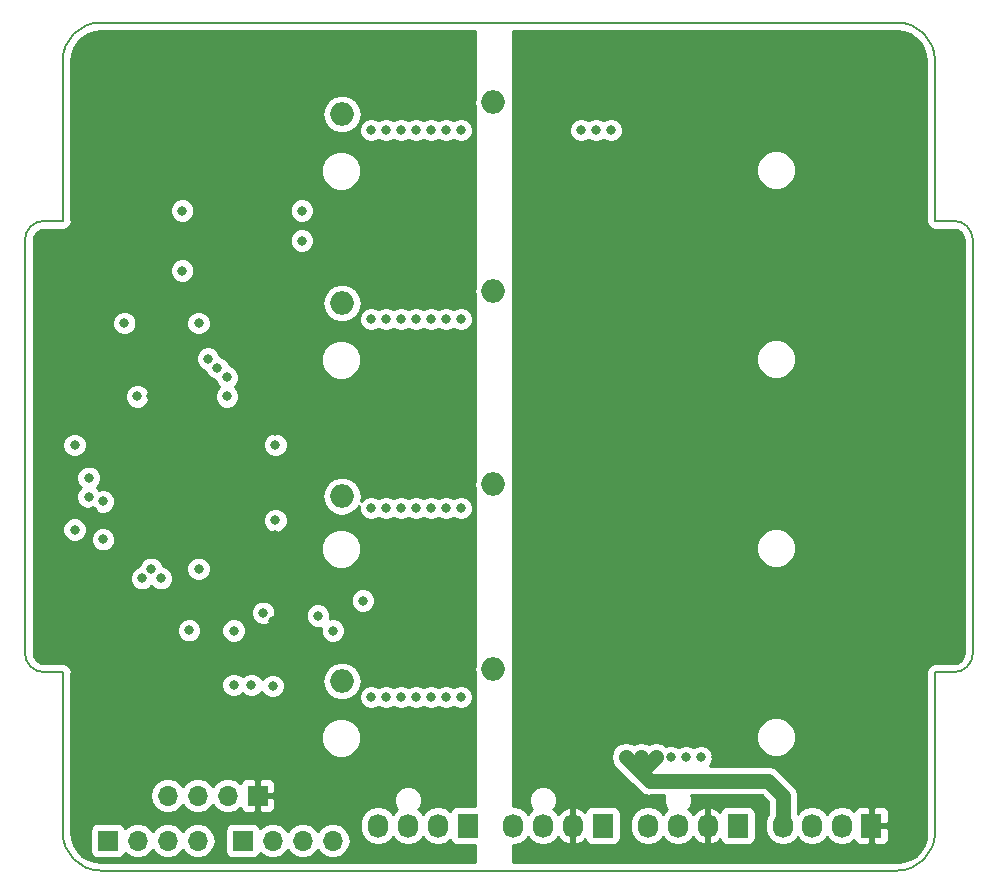
<source format=gbr>
%TF.GenerationSoftware,KiCad,Pcbnew,5.0.2-bee76a0~70~ubuntu18.10.1*%
%TF.CreationDate,2019-01-14T09:07:37-07:00*%
%TF.ProjectId,thelio-io,7468656c-696f-42d6-996f-2e6b69636164,rev?*%
%TF.SameCoordinates,Original*%
%TF.FileFunction,Copper,L3,Inr*%
%TF.FilePolarity,Positive*%
%FSLAX46Y46*%
G04 Gerber Fmt 4.6, Leading zero omitted, Abs format (unit mm)*
G04 Created by KiCad (PCBNEW 5.0.2-bee76a0~70~ubuntu18.10.1) date Mon Jan 14 09:07:37 2019*
%MOMM*%
%LPD*%
G01*
G04 APERTURE LIST*
%TA.AperFunction,NonConductor*%
%ADD10C,0.200000*%
%TD*%
%TA.AperFunction,NonConductor*%
%ADD11C,0.150000*%
%TD*%
%TA.AperFunction,ViaPad*%
%ADD12O,1.730000X2.030000*%
%TD*%
%TA.AperFunction,ViaPad*%
%ADD13R,1.730000X2.030000*%
%TD*%
%TA.AperFunction,ViaPad*%
%ADD14O,1.700000X1.700000*%
%TD*%
%TA.AperFunction,ViaPad*%
%ADD15R,1.700000X1.700000*%
%TD*%
%TA.AperFunction,ViaPad*%
%ADD16O,2.000000X2.000000*%
%TD*%
%TA.AperFunction,ViaPad*%
%ADD17C,0.800000*%
%TD*%
%TA.AperFunction,Conductor*%
%ADD18C,1.250000*%
%TD*%
%TA.AperFunction,Conductor*%
%ADD19C,0.254000*%
%TD*%
G04 APERTURE END LIST*
D10*
X77050000Y-53400000D02*
G75*
G02X75450000Y-55000000I-1600000J0D01*
G01*
X73850000Y-55000000D02*
X75450000Y-55000000D01*
X73850000Y-16800000D02*
X75450000Y-16800000D01*
X75450000Y-16800000D02*
G75*
G02X77050000Y-18400000I0J-1600000D01*
G01*
X77050000Y-18400000D02*
X77050000Y-53400000D01*
X-3200000Y-18400000D02*
G75*
G02X-1600000Y-16800000I1600000J0D01*
G01*
X-3200000Y-53400000D02*
X-3200000Y-18400000D01*
X-1600000Y-55000000D02*
G75*
G02X-3200000Y-53400000I0J1600000D01*
G01*
X0Y-55000000D02*
X-1600000Y-55000000D01*
X0Y-16800000D02*
X-1600000Y-16800000D01*
X0Y-55000000D02*
X0Y-68600000D01*
X0Y-16800000D02*
X0Y-3200000D01*
X73850000Y-55000000D02*
X73850000Y-68600000D01*
X73850000Y-16800000D02*
X73850000Y-3200000D01*
D11*
X73850000Y-68600000D02*
G75*
G02X70650000Y-71800000I-3200000J0D01*
G01*
D10*
X3200000Y-71800000D02*
G75*
G02X0Y-68600000I0J3200000D01*
G01*
X70650000Y-71800000D02*
X3200000Y-71800000D01*
X0Y-3200000D02*
G75*
G02X3200000Y0I3200000J0D01*
G01*
X70650000Y0D02*
G75*
G02X73850000Y-3200000I0J-3200000D01*
G01*
X3200000Y0D02*
X70650000Y0D01*
D12*
%TO.N,+5V*%
%TO.C,POWER0*%
X60960000Y-67990000D03*
%TO.N,GND*%
X63460000Y-67990000D03*
X65960000Y-67990000D03*
D13*
%TO.N,+12V*%
X68460000Y-67990000D03*
%TD*%
D14*
%TO.N,GND*%
%TO.C,USB0*%
X8890000Y-65450000D03*
%TO.N,Net-(R0-Pad1)*%
X11430000Y-65450000D03*
%TO.N,Net-(R1-Pad1)*%
X13970000Y-65450000D03*
D15*
%TO.N,VCC*%
X16510000Y-65450000D03*
%TD*%
D16*
%TO.N,GND*%
%TO.C,DATA1*%
X23640000Y-23760000D03*
X36470000Y-22760000D03*
%TD*%
%TO.N,GND*%
%TO.C,DATA0*%
X23640000Y-7760000D03*
X36470000Y-6760000D03*
%TD*%
%TO.N,GND*%
%TO.C,DATA3*%
X36470000Y-54760000D03*
X23640000Y-55760000D03*
%TD*%
%TO.N,GND*%
%TO.C,DATA2*%
X23640000Y-40110000D03*
X36470000Y-39110000D03*
%TD*%
D12*
%TO.N,Net-(CPUMUX0-Pad5)*%
%TO.C,CPUOUT0*%
X38100000Y-67990000D03*
%TO.N,ADC4*%
X40640000Y-67990000D03*
%TO.N,+12V*%
X43180000Y-67990000D03*
D13*
%TO.N,GND*%
X45720000Y-67990000D03*
%TD*%
D14*
%TO.N,ADC0*%
%TO.C,PMB0*%
X11430000Y-69260000D03*
%TO.N,Net-(PMB0-Pad3)*%
X8890000Y-69260000D03*
%TO.N,PB4*%
X6350000Y-69260000D03*
D15*
%TO.N,GND*%
X3810000Y-69260000D03*
%TD*%
D12*
%TO.N,Net-(CPUIN0-Pad4)*%
%TO.C,CPUIN0*%
X26670000Y-67990000D03*
%TO.N,ADC4*%
X29210000Y-67990000D03*
%TO.N,Net-(CPUIN0-Pad2)*%
X31750000Y-67990000D03*
D13*
%TO.N,GND*%
X34290000Y-67990000D03*
%TD*%
D12*
%TO.N,OC1B*%
%TO.C,INTAKE0*%
X49530000Y-67990000D03*
%TO.N,ADC5*%
X52070000Y-67990000D03*
%TO.N,+12V*%
X54610000Y-67990000D03*
D13*
%TO.N,GND*%
X57150000Y-67990000D03*
%TD*%
D14*
%TO.N,Net-(PFP0-Pad4)*%
%TO.C,PFP0*%
X22860000Y-69260000D03*
%TO.N,GND*%
X20320000Y-69260000D03*
%TO.N,ADC1*%
X17780000Y-69260000D03*
D15*
%TO.N,GND*%
X15240000Y-69260000D03*
%TD*%
D17*
%TO.N,Net-(AVR0-Pad17)*%
X2200000Y-38550000D03*
%TO.N,Net-(AVR0-Pad16)*%
X2200000Y-40150000D03*
%TO.N,Net-(CPUIN0-Pad4)*%
X17775000Y-56180000D03*
%TO.N,Net-(DATA2-Pad6)*%
X27370000Y-41110000D03*
%TO.N,Net-(DATA2-Pad5)*%
X28640000Y-41110000D03*
%TO.N,Net-(DATA2-Pad3)*%
X31180000Y-41110000D03*
%TO.N,Net-(DATA2-Pad2)*%
X32450000Y-41110000D03*
%TO.N,Net-(DATA3-Pad6)*%
X27370000Y-57110000D03*
%TO.N,Net-(DATA3-Pad5)*%
X28640000Y-57110000D03*
%TO.N,Net-(DATA3-Pad3)*%
X31180000Y-57110000D03*
%TO.N,Net-(DATA3-Pad2)*%
X32450000Y-57110000D03*
%TO.N,Net-(DATA0-Pad6)*%
X27370000Y-9110000D03*
%TO.N,Net-(DATA0-Pad5)*%
X28640000Y-9110000D03*
%TO.N,Net-(DATA0-Pad3)*%
X31180000Y-9110000D03*
%TO.N,Net-(DATA0-Pad2)*%
X32450000Y-9110000D03*
%TO.N,Net-(DATA1-Pad6)*%
X27370000Y-25110000D03*
%TO.N,Net-(DATA1-Pad5)*%
X28640000Y-25110000D03*
%TO.N,Net-(DATA1-Pad3)*%
X31180000Y-25110000D03*
%TO.N,Net-(DATA1-Pad2)*%
X32450000Y-25110000D03*
%TO.N,OC1B*%
X25400000Y-48940000D03*
X13900000Y-30050000D03*
%TO.N,OC1A*%
X15975000Y-56079994D03*
X13100000Y-29250000D03*
%TO.N,Net-(CPUMUX0-Pad5)*%
X22860000Y-51480000D03*
X14475000Y-51480000D03*
%TO.N,VCC*%
X18000000Y-43350000D03*
X7507115Y-31657115D03*
X17775000Y-50680000D03*
X13900000Y-46250000D03*
X9900000Y-47050000D03*
X18000000Y-34550000D03*
X20245000Y-21000000D03*
X2600000Y-41350000D03*
%TO.N,GND*%
X26100000Y-41110000D03*
X29910000Y-41110000D03*
X33720000Y-41110000D03*
X26100000Y-57110000D03*
X29910000Y-57110000D03*
X33720000Y-57110000D03*
X26100000Y-9110000D03*
X29910000Y-9110000D03*
X33720000Y-9110000D03*
X26100000Y-25110000D03*
X29910000Y-25110000D03*
X33720000Y-25110000D03*
X18000000Y-42150000D03*
X18000000Y-35750000D03*
X6300000Y-31650000D03*
X16975000Y-49980000D03*
X3400000Y-40550000D03*
X14475000Y-56080000D03*
X11500000Y-46250000D03*
X5200000Y-25450000D03*
X20245000Y-15920000D03*
X43880000Y-9110000D03*
X45150000Y-9110000D03*
X46420000Y-9110000D03*
X54040000Y-62190000D03*
X52770000Y-62190000D03*
X51500000Y-62190000D03*
X10700000Y-51450000D03*
X1000000Y-42925000D03*
X1000000Y-35775000D03*
%TO.N,MISO*%
X6700000Y-47050000D03*
X10115012Y-21000000D03*
%TO.N,MOSI*%
X7499984Y-46250000D03*
X20245000Y-18460000D03*
%TO.N,SCLK*%
X8300000Y-47050000D03*
X11500000Y-25450000D03*
%TO.N,OC4A*%
X21590000Y-50210000D03*
X13899976Y-31650000D03*
%TO.N,PB4*%
X12300000Y-28450000D03*
%TO.N,RST*%
X3400000Y-43750022D03*
X10115000Y-15920000D03*
%TO.N,+12V*%
X57850000Y-62190000D03*
X56580000Y-62190000D03*
X55310000Y-62190000D03*
%TO.N,+5V*%
X48960000Y-62190000D03*
X50230000Y-62190000D03*
X47690000Y-62190000D03*
%TD*%
D18*
%TO.N,+5V*%
X48960000Y-63460000D02*
X49680000Y-64180000D01*
X59690000Y-64180000D02*
X60960000Y-65450000D01*
X60960000Y-65450000D02*
X60960000Y-67990000D01*
X49680000Y-64180000D02*
X59690000Y-64180000D01*
X48960000Y-63460000D02*
X48960000Y-62190000D01*
X48960000Y-63460000D02*
X50230000Y-62190000D01*
X48960000Y-63460000D02*
X47690000Y-62190000D01*
%TD*%
D19*
%TO.N,+12V*%
G36*
X71195092Y-800751D02*
X71713100Y-981140D01*
X72178266Y-1271808D01*
X72567474Y-1658308D01*
X72861386Y-2121438D01*
X73045383Y-2638164D01*
X73115001Y-3221993D01*
X73115000Y-16727612D01*
X73100601Y-16800000D01*
X73157646Y-17086783D01*
X73267161Y-17250683D01*
X73320095Y-17329905D01*
X73563217Y-17492354D01*
X73850000Y-17549399D01*
X73922388Y-17535000D01*
X75392153Y-17535000D01*
X75714468Y-17586050D01*
X75953051Y-17707614D01*
X76142387Y-17896951D01*
X76263950Y-18135532D01*
X76315000Y-18457847D01*
X76315001Y-53342147D01*
X76263950Y-53664468D01*
X76142387Y-53903049D01*
X75953051Y-54092386D01*
X75714468Y-54213950D01*
X75392153Y-54265000D01*
X73922388Y-54265000D01*
X73850000Y-54250601D01*
X73777612Y-54265000D01*
X73563217Y-54307646D01*
X73320095Y-54470095D01*
X73157646Y-54713217D01*
X73100601Y-55000000D01*
X73115000Y-55072388D01*
X73115001Y-68672388D01*
X73122947Y-68712336D01*
X73073780Y-69150669D01*
X72891548Y-69673969D01*
X72597909Y-70143890D01*
X72207451Y-70537083D01*
X71739593Y-70833995D01*
X71217576Y-71019877D01*
X70766155Y-71073706D01*
X70722388Y-71065000D01*
X38127000Y-71065000D01*
X38127000Y-69664015D01*
X38685271Y-69552968D01*
X39181439Y-69221439D01*
X39370000Y-68939237D01*
X39558561Y-69221439D01*
X40054730Y-69552968D01*
X40640000Y-69669386D01*
X41225271Y-69552968D01*
X41721439Y-69221439D01*
X41913929Y-68933357D01*
X42279143Y-69340793D01*
X42807240Y-69594131D01*
X42820754Y-69596346D01*
X43053000Y-69475224D01*
X43053000Y-68117000D01*
X43033000Y-68117000D01*
X43033000Y-67863000D01*
X43053000Y-67863000D01*
X43053000Y-66504776D01*
X43307000Y-66504776D01*
X43307000Y-67863000D01*
X43327000Y-67863000D01*
X43327000Y-68117000D01*
X43307000Y-68117000D01*
X43307000Y-69475224D01*
X43539246Y-69596346D01*
X43552760Y-69594131D01*
X44080857Y-69340793D01*
X44239213Y-69164130D01*
X44256843Y-69252765D01*
X44397191Y-69462809D01*
X44607235Y-69603157D01*
X44855000Y-69652440D01*
X46585000Y-69652440D01*
X46832765Y-69603157D01*
X47042809Y-69462809D01*
X47183157Y-69252765D01*
X47232440Y-69005000D01*
X47232440Y-66975000D01*
X47183157Y-66727235D01*
X47042809Y-66517191D01*
X46832765Y-66376843D01*
X46585000Y-66327560D01*
X44855000Y-66327560D01*
X44607235Y-66376843D01*
X44397191Y-66517191D01*
X44256843Y-66727235D01*
X44239213Y-66815870D01*
X44080857Y-66639207D01*
X43552760Y-66385869D01*
X43539246Y-66383654D01*
X43307000Y-66504776D01*
X43053000Y-66504776D01*
X42820754Y-66383654D01*
X42807240Y-66385869D01*
X42279143Y-66639207D01*
X41913929Y-67046643D01*
X41721439Y-66758561D01*
X41521127Y-66624717D01*
X41644595Y-66501249D01*
X41825000Y-66065711D01*
X41825000Y-65594289D01*
X41644595Y-65158751D01*
X41311249Y-64825405D01*
X40875711Y-64645000D01*
X40404289Y-64645000D01*
X39968751Y-64825405D01*
X39635405Y-65158751D01*
X39455000Y-65594289D01*
X39455000Y-66065711D01*
X39635405Y-66501249D01*
X39758873Y-66624717D01*
X39558561Y-66758561D01*
X39370000Y-67040763D01*
X39181439Y-66758561D01*
X38685270Y-66427032D01*
X38127000Y-66315985D01*
X38127000Y-62190000D01*
X46405316Y-62190000D01*
X46503108Y-62681627D01*
X46711298Y-62993206D01*
X47981297Y-64263206D01*
X48051591Y-64368409D01*
X48156798Y-64438706D01*
X48701294Y-64983202D01*
X48771591Y-65088409D01*
X49076210Y-65291948D01*
X49188372Y-65366893D01*
X49680000Y-65464684D01*
X49804094Y-65440000D01*
X50948908Y-65440000D01*
X50885000Y-65594289D01*
X50885000Y-66065711D01*
X51065405Y-66501249D01*
X51188873Y-66624717D01*
X50988561Y-66758561D01*
X50800000Y-67040763D01*
X50611439Y-66758561D01*
X50115270Y-66427032D01*
X49530000Y-66310614D01*
X48944729Y-66427032D01*
X48448561Y-66758561D01*
X48117032Y-67254730D01*
X48030000Y-67692268D01*
X48030000Y-68287733D01*
X48117032Y-68725271D01*
X48448561Y-69221439D01*
X48944730Y-69552968D01*
X49530000Y-69669386D01*
X50115271Y-69552968D01*
X50611439Y-69221439D01*
X50800000Y-68939237D01*
X50988561Y-69221439D01*
X51484730Y-69552968D01*
X52070000Y-69669386D01*
X52655271Y-69552968D01*
X53151439Y-69221439D01*
X53343929Y-68933357D01*
X53709143Y-69340793D01*
X54237240Y-69594131D01*
X54250754Y-69596346D01*
X54483000Y-69475224D01*
X54483000Y-68117000D01*
X54463000Y-68117000D01*
X54463000Y-67863000D01*
X54483000Y-67863000D01*
X54483000Y-66504776D01*
X54737000Y-66504776D01*
X54737000Y-67863000D01*
X54757000Y-67863000D01*
X54757000Y-68117000D01*
X54737000Y-68117000D01*
X54737000Y-69475224D01*
X54969246Y-69596346D01*
X54982760Y-69594131D01*
X55510857Y-69340793D01*
X55669213Y-69164130D01*
X55686843Y-69252765D01*
X55827191Y-69462809D01*
X56037235Y-69603157D01*
X56285000Y-69652440D01*
X58015000Y-69652440D01*
X58262765Y-69603157D01*
X58472809Y-69462809D01*
X58613157Y-69252765D01*
X58662440Y-69005000D01*
X58662440Y-66975000D01*
X58613157Y-66727235D01*
X58472809Y-66517191D01*
X58262765Y-66376843D01*
X58015000Y-66327560D01*
X56285000Y-66327560D01*
X56037235Y-66376843D01*
X55827191Y-66517191D01*
X55686843Y-66727235D01*
X55669213Y-66815870D01*
X55510857Y-66639207D01*
X54982760Y-66385869D01*
X54969246Y-66383654D01*
X54737000Y-66504776D01*
X54483000Y-66504776D01*
X54250754Y-66383654D01*
X54237240Y-66385869D01*
X53709143Y-66639207D01*
X53343929Y-67046643D01*
X53151439Y-66758561D01*
X52951127Y-66624717D01*
X53074595Y-66501249D01*
X53255000Y-66065711D01*
X53255000Y-65594289D01*
X53191092Y-65440000D01*
X59168092Y-65440000D01*
X59700000Y-65971909D01*
X59700001Y-67025796D01*
X59547032Y-67254730D01*
X59460000Y-67692268D01*
X59460000Y-68287733D01*
X59547032Y-68725271D01*
X59878561Y-69221439D01*
X60374730Y-69552968D01*
X60960000Y-69669386D01*
X61545271Y-69552968D01*
X62041439Y-69221439D01*
X62210000Y-68969169D01*
X62378561Y-69221439D01*
X62874730Y-69552968D01*
X63460000Y-69669386D01*
X64045271Y-69552968D01*
X64541439Y-69221439D01*
X64710000Y-68969169D01*
X64878561Y-69221439D01*
X65374730Y-69552968D01*
X65960000Y-69669386D01*
X66545271Y-69552968D01*
X67006894Y-69244521D01*
X67056673Y-69364698D01*
X67235301Y-69543327D01*
X67468690Y-69640000D01*
X68174250Y-69640000D01*
X68333000Y-69481250D01*
X68333000Y-68117000D01*
X68587000Y-68117000D01*
X68587000Y-69481250D01*
X68745750Y-69640000D01*
X69451310Y-69640000D01*
X69684699Y-69543327D01*
X69863327Y-69364698D01*
X69960000Y-69131309D01*
X69960000Y-68275750D01*
X69801250Y-68117000D01*
X68587000Y-68117000D01*
X68333000Y-68117000D01*
X68313000Y-68117000D01*
X68313000Y-67863000D01*
X68333000Y-67863000D01*
X68333000Y-66498750D01*
X68587000Y-66498750D01*
X68587000Y-67863000D01*
X69801250Y-67863000D01*
X69960000Y-67704250D01*
X69960000Y-66848691D01*
X69863327Y-66615302D01*
X69684699Y-66436673D01*
X69451310Y-66340000D01*
X68745750Y-66340000D01*
X68587000Y-66498750D01*
X68333000Y-66498750D01*
X68174250Y-66340000D01*
X67468690Y-66340000D01*
X67235301Y-66436673D01*
X67056673Y-66615302D01*
X67006894Y-66735479D01*
X66545270Y-66427032D01*
X65960000Y-66310614D01*
X65374729Y-66427032D01*
X64878561Y-66758561D01*
X64710000Y-67010831D01*
X64541439Y-66758561D01*
X64045270Y-66427032D01*
X63460000Y-66310614D01*
X62874729Y-66427032D01*
X62378561Y-66758561D01*
X62220000Y-66995865D01*
X62220000Y-65574092D01*
X62244684Y-65449999D01*
X62216769Y-65309661D01*
X62146893Y-64958373D01*
X61868409Y-64541591D01*
X61763206Y-64471297D01*
X60668705Y-63376797D01*
X60598409Y-63271591D01*
X60181627Y-62993107D01*
X59814094Y-62920000D01*
X59814093Y-62920000D01*
X59690000Y-62895316D01*
X59565907Y-62920000D01*
X54773711Y-62920000D01*
X54917431Y-62776280D01*
X55075000Y-62395874D01*
X55075000Y-61984126D01*
X54917431Y-61603720D01*
X54626280Y-61312569D01*
X54245874Y-61155000D01*
X53834126Y-61155000D01*
X53453720Y-61312569D01*
X53405000Y-61361289D01*
X53356280Y-61312569D01*
X52975874Y-61155000D01*
X52564126Y-61155000D01*
X52183720Y-61312569D01*
X52135000Y-61361289D01*
X52086280Y-61312569D01*
X51705874Y-61155000D01*
X51294126Y-61155000D01*
X51081043Y-61243262D01*
X50721627Y-61003108D01*
X50229999Y-60905316D01*
X49738372Y-61003108D01*
X49595000Y-61098906D01*
X49451627Y-61003107D01*
X48960000Y-60905316D01*
X48468374Y-61003107D01*
X48325000Y-61098906D01*
X48181627Y-61003108D01*
X47690000Y-60905316D01*
X47198373Y-61003108D01*
X46781592Y-61281592D01*
X46503108Y-61698373D01*
X46405316Y-62190000D01*
X38127000Y-62190000D01*
X38127000Y-60164833D01*
X58690000Y-60164833D01*
X58690000Y-60835167D01*
X58946526Y-61454476D01*
X59420524Y-61928474D01*
X60039833Y-62185000D01*
X60710167Y-62185000D01*
X61329476Y-61928474D01*
X61803474Y-61454476D01*
X62060000Y-60835167D01*
X62060000Y-60164833D01*
X61803474Y-59545524D01*
X61329476Y-59071526D01*
X60710167Y-58815000D01*
X60039833Y-58815000D01*
X59420524Y-59071526D01*
X58946526Y-59545524D01*
X58690000Y-60164833D01*
X38127000Y-60164833D01*
X38127000Y-54810429D01*
X38137031Y-54760000D01*
X38127000Y-54709571D01*
X38127000Y-44164833D01*
X58690000Y-44164833D01*
X58690000Y-44835167D01*
X58946526Y-45454476D01*
X59420524Y-45928474D01*
X60039833Y-46185000D01*
X60710167Y-46185000D01*
X61329476Y-45928474D01*
X61803474Y-45454476D01*
X62060000Y-44835167D01*
X62060000Y-44164833D01*
X61803474Y-43545524D01*
X61329476Y-43071526D01*
X60710167Y-42815000D01*
X60039833Y-42815000D01*
X59420524Y-43071526D01*
X58946526Y-43545524D01*
X58690000Y-44164833D01*
X38127000Y-44164833D01*
X38127000Y-39160429D01*
X38137031Y-39110000D01*
X38127000Y-39059571D01*
X38127000Y-28164833D01*
X58690000Y-28164833D01*
X58690000Y-28835167D01*
X58946526Y-29454476D01*
X59420524Y-29928474D01*
X60039833Y-30185000D01*
X60710167Y-30185000D01*
X61329476Y-29928474D01*
X61803474Y-29454476D01*
X62060000Y-28835167D01*
X62060000Y-28164833D01*
X61803474Y-27545524D01*
X61329476Y-27071526D01*
X60710167Y-26815000D01*
X60039833Y-26815000D01*
X59420524Y-27071526D01*
X58946526Y-27545524D01*
X58690000Y-28164833D01*
X38127000Y-28164833D01*
X38127000Y-22810429D01*
X38137031Y-22760000D01*
X38127000Y-22709571D01*
X38127000Y-12164833D01*
X58690000Y-12164833D01*
X58690000Y-12835167D01*
X58946526Y-13454476D01*
X59420524Y-13928474D01*
X60039833Y-14185000D01*
X60710167Y-14185000D01*
X61329476Y-13928474D01*
X61803474Y-13454476D01*
X62060000Y-12835167D01*
X62060000Y-12164833D01*
X61803474Y-11545524D01*
X61329476Y-11071526D01*
X60710167Y-10815000D01*
X60039833Y-10815000D01*
X59420524Y-11071526D01*
X58946526Y-11545524D01*
X58690000Y-12164833D01*
X38127000Y-12164833D01*
X38127000Y-8904126D01*
X42845000Y-8904126D01*
X42845000Y-9315874D01*
X43002569Y-9696280D01*
X43293720Y-9987431D01*
X43674126Y-10145000D01*
X44085874Y-10145000D01*
X44466280Y-9987431D01*
X44515000Y-9938711D01*
X44563720Y-9987431D01*
X44944126Y-10145000D01*
X45355874Y-10145000D01*
X45736280Y-9987431D01*
X45785000Y-9938711D01*
X45833720Y-9987431D01*
X46214126Y-10145000D01*
X46625874Y-10145000D01*
X47006280Y-9987431D01*
X47297431Y-9696280D01*
X47455000Y-9315874D01*
X47455000Y-8904126D01*
X47297431Y-8523720D01*
X47006280Y-8232569D01*
X46625874Y-8075000D01*
X46214126Y-8075000D01*
X45833720Y-8232569D01*
X45785000Y-8281289D01*
X45736280Y-8232569D01*
X45355874Y-8075000D01*
X44944126Y-8075000D01*
X44563720Y-8232569D01*
X44515000Y-8281289D01*
X44466280Y-8232569D01*
X44085874Y-8075000D01*
X43674126Y-8075000D01*
X43293720Y-8232569D01*
X43002569Y-8523720D01*
X42845000Y-8904126D01*
X38127000Y-8904126D01*
X38127000Y-6810429D01*
X38137031Y-6760000D01*
X38127000Y-6709571D01*
X38127000Y-735000D01*
X70608911Y-735000D01*
X71195092Y-800751D01*
X71195092Y-800751D01*
G37*
X71195092Y-800751D02*
X71713100Y-981140D01*
X72178266Y-1271808D01*
X72567474Y-1658308D01*
X72861386Y-2121438D01*
X73045383Y-2638164D01*
X73115001Y-3221993D01*
X73115000Y-16727612D01*
X73100601Y-16800000D01*
X73157646Y-17086783D01*
X73267161Y-17250683D01*
X73320095Y-17329905D01*
X73563217Y-17492354D01*
X73850000Y-17549399D01*
X73922388Y-17535000D01*
X75392153Y-17535000D01*
X75714468Y-17586050D01*
X75953051Y-17707614D01*
X76142387Y-17896951D01*
X76263950Y-18135532D01*
X76315000Y-18457847D01*
X76315001Y-53342147D01*
X76263950Y-53664468D01*
X76142387Y-53903049D01*
X75953051Y-54092386D01*
X75714468Y-54213950D01*
X75392153Y-54265000D01*
X73922388Y-54265000D01*
X73850000Y-54250601D01*
X73777612Y-54265000D01*
X73563217Y-54307646D01*
X73320095Y-54470095D01*
X73157646Y-54713217D01*
X73100601Y-55000000D01*
X73115000Y-55072388D01*
X73115001Y-68672388D01*
X73122947Y-68712336D01*
X73073780Y-69150669D01*
X72891548Y-69673969D01*
X72597909Y-70143890D01*
X72207451Y-70537083D01*
X71739593Y-70833995D01*
X71217576Y-71019877D01*
X70766155Y-71073706D01*
X70722388Y-71065000D01*
X38127000Y-71065000D01*
X38127000Y-69664015D01*
X38685271Y-69552968D01*
X39181439Y-69221439D01*
X39370000Y-68939237D01*
X39558561Y-69221439D01*
X40054730Y-69552968D01*
X40640000Y-69669386D01*
X41225271Y-69552968D01*
X41721439Y-69221439D01*
X41913929Y-68933357D01*
X42279143Y-69340793D01*
X42807240Y-69594131D01*
X42820754Y-69596346D01*
X43053000Y-69475224D01*
X43053000Y-68117000D01*
X43033000Y-68117000D01*
X43033000Y-67863000D01*
X43053000Y-67863000D01*
X43053000Y-66504776D01*
X43307000Y-66504776D01*
X43307000Y-67863000D01*
X43327000Y-67863000D01*
X43327000Y-68117000D01*
X43307000Y-68117000D01*
X43307000Y-69475224D01*
X43539246Y-69596346D01*
X43552760Y-69594131D01*
X44080857Y-69340793D01*
X44239213Y-69164130D01*
X44256843Y-69252765D01*
X44397191Y-69462809D01*
X44607235Y-69603157D01*
X44855000Y-69652440D01*
X46585000Y-69652440D01*
X46832765Y-69603157D01*
X47042809Y-69462809D01*
X47183157Y-69252765D01*
X47232440Y-69005000D01*
X47232440Y-66975000D01*
X47183157Y-66727235D01*
X47042809Y-66517191D01*
X46832765Y-66376843D01*
X46585000Y-66327560D01*
X44855000Y-66327560D01*
X44607235Y-66376843D01*
X44397191Y-66517191D01*
X44256843Y-66727235D01*
X44239213Y-66815870D01*
X44080857Y-66639207D01*
X43552760Y-66385869D01*
X43539246Y-66383654D01*
X43307000Y-66504776D01*
X43053000Y-66504776D01*
X42820754Y-66383654D01*
X42807240Y-66385869D01*
X42279143Y-66639207D01*
X41913929Y-67046643D01*
X41721439Y-66758561D01*
X41521127Y-66624717D01*
X41644595Y-66501249D01*
X41825000Y-66065711D01*
X41825000Y-65594289D01*
X41644595Y-65158751D01*
X41311249Y-64825405D01*
X40875711Y-64645000D01*
X40404289Y-64645000D01*
X39968751Y-64825405D01*
X39635405Y-65158751D01*
X39455000Y-65594289D01*
X39455000Y-66065711D01*
X39635405Y-66501249D01*
X39758873Y-66624717D01*
X39558561Y-66758561D01*
X39370000Y-67040763D01*
X39181439Y-66758561D01*
X38685270Y-66427032D01*
X38127000Y-66315985D01*
X38127000Y-62190000D01*
X46405316Y-62190000D01*
X46503108Y-62681627D01*
X46711298Y-62993206D01*
X47981297Y-64263206D01*
X48051591Y-64368409D01*
X48156798Y-64438706D01*
X48701294Y-64983202D01*
X48771591Y-65088409D01*
X49076210Y-65291948D01*
X49188372Y-65366893D01*
X49680000Y-65464684D01*
X49804094Y-65440000D01*
X50948908Y-65440000D01*
X50885000Y-65594289D01*
X50885000Y-66065711D01*
X51065405Y-66501249D01*
X51188873Y-66624717D01*
X50988561Y-66758561D01*
X50800000Y-67040763D01*
X50611439Y-66758561D01*
X50115270Y-66427032D01*
X49530000Y-66310614D01*
X48944729Y-66427032D01*
X48448561Y-66758561D01*
X48117032Y-67254730D01*
X48030000Y-67692268D01*
X48030000Y-68287733D01*
X48117032Y-68725271D01*
X48448561Y-69221439D01*
X48944730Y-69552968D01*
X49530000Y-69669386D01*
X50115271Y-69552968D01*
X50611439Y-69221439D01*
X50800000Y-68939237D01*
X50988561Y-69221439D01*
X51484730Y-69552968D01*
X52070000Y-69669386D01*
X52655271Y-69552968D01*
X53151439Y-69221439D01*
X53343929Y-68933357D01*
X53709143Y-69340793D01*
X54237240Y-69594131D01*
X54250754Y-69596346D01*
X54483000Y-69475224D01*
X54483000Y-68117000D01*
X54463000Y-68117000D01*
X54463000Y-67863000D01*
X54483000Y-67863000D01*
X54483000Y-66504776D01*
X54737000Y-66504776D01*
X54737000Y-67863000D01*
X54757000Y-67863000D01*
X54757000Y-68117000D01*
X54737000Y-68117000D01*
X54737000Y-69475224D01*
X54969246Y-69596346D01*
X54982760Y-69594131D01*
X55510857Y-69340793D01*
X55669213Y-69164130D01*
X55686843Y-69252765D01*
X55827191Y-69462809D01*
X56037235Y-69603157D01*
X56285000Y-69652440D01*
X58015000Y-69652440D01*
X58262765Y-69603157D01*
X58472809Y-69462809D01*
X58613157Y-69252765D01*
X58662440Y-69005000D01*
X58662440Y-66975000D01*
X58613157Y-66727235D01*
X58472809Y-66517191D01*
X58262765Y-66376843D01*
X58015000Y-66327560D01*
X56285000Y-66327560D01*
X56037235Y-66376843D01*
X55827191Y-66517191D01*
X55686843Y-66727235D01*
X55669213Y-66815870D01*
X55510857Y-66639207D01*
X54982760Y-66385869D01*
X54969246Y-66383654D01*
X54737000Y-66504776D01*
X54483000Y-66504776D01*
X54250754Y-66383654D01*
X54237240Y-66385869D01*
X53709143Y-66639207D01*
X53343929Y-67046643D01*
X53151439Y-66758561D01*
X52951127Y-66624717D01*
X53074595Y-66501249D01*
X53255000Y-66065711D01*
X53255000Y-65594289D01*
X53191092Y-65440000D01*
X59168092Y-65440000D01*
X59700000Y-65971909D01*
X59700001Y-67025796D01*
X59547032Y-67254730D01*
X59460000Y-67692268D01*
X59460000Y-68287733D01*
X59547032Y-68725271D01*
X59878561Y-69221439D01*
X60374730Y-69552968D01*
X60960000Y-69669386D01*
X61545271Y-69552968D01*
X62041439Y-69221439D01*
X62210000Y-68969169D01*
X62378561Y-69221439D01*
X62874730Y-69552968D01*
X63460000Y-69669386D01*
X64045271Y-69552968D01*
X64541439Y-69221439D01*
X64710000Y-68969169D01*
X64878561Y-69221439D01*
X65374730Y-69552968D01*
X65960000Y-69669386D01*
X66545271Y-69552968D01*
X67006894Y-69244521D01*
X67056673Y-69364698D01*
X67235301Y-69543327D01*
X67468690Y-69640000D01*
X68174250Y-69640000D01*
X68333000Y-69481250D01*
X68333000Y-68117000D01*
X68587000Y-68117000D01*
X68587000Y-69481250D01*
X68745750Y-69640000D01*
X69451310Y-69640000D01*
X69684699Y-69543327D01*
X69863327Y-69364698D01*
X69960000Y-69131309D01*
X69960000Y-68275750D01*
X69801250Y-68117000D01*
X68587000Y-68117000D01*
X68333000Y-68117000D01*
X68313000Y-68117000D01*
X68313000Y-67863000D01*
X68333000Y-67863000D01*
X68333000Y-66498750D01*
X68587000Y-66498750D01*
X68587000Y-67863000D01*
X69801250Y-67863000D01*
X69960000Y-67704250D01*
X69960000Y-66848691D01*
X69863327Y-66615302D01*
X69684699Y-66436673D01*
X69451310Y-66340000D01*
X68745750Y-66340000D01*
X68587000Y-66498750D01*
X68333000Y-66498750D01*
X68174250Y-66340000D01*
X67468690Y-66340000D01*
X67235301Y-66436673D01*
X67056673Y-66615302D01*
X67006894Y-66735479D01*
X66545270Y-66427032D01*
X65960000Y-66310614D01*
X65374729Y-66427032D01*
X64878561Y-66758561D01*
X64710000Y-67010831D01*
X64541439Y-66758561D01*
X64045270Y-66427032D01*
X63460000Y-66310614D01*
X62874729Y-66427032D01*
X62378561Y-66758561D01*
X62220000Y-66995865D01*
X62220000Y-65574092D01*
X62244684Y-65449999D01*
X62216769Y-65309661D01*
X62146893Y-64958373D01*
X61868409Y-64541591D01*
X61763206Y-64471297D01*
X60668705Y-63376797D01*
X60598409Y-63271591D01*
X60181627Y-62993107D01*
X59814094Y-62920000D01*
X59814093Y-62920000D01*
X59690000Y-62895316D01*
X59565907Y-62920000D01*
X54773711Y-62920000D01*
X54917431Y-62776280D01*
X55075000Y-62395874D01*
X55075000Y-61984126D01*
X54917431Y-61603720D01*
X54626280Y-61312569D01*
X54245874Y-61155000D01*
X53834126Y-61155000D01*
X53453720Y-61312569D01*
X53405000Y-61361289D01*
X53356280Y-61312569D01*
X52975874Y-61155000D01*
X52564126Y-61155000D01*
X52183720Y-61312569D01*
X52135000Y-61361289D01*
X52086280Y-61312569D01*
X51705874Y-61155000D01*
X51294126Y-61155000D01*
X51081043Y-61243262D01*
X50721627Y-61003108D01*
X50229999Y-60905316D01*
X49738372Y-61003108D01*
X49595000Y-61098906D01*
X49451627Y-61003107D01*
X48960000Y-60905316D01*
X48468374Y-61003107D01*
X48325000Y-61098906D01*
X48181627Y-61003108D01*
X47690000Y-60905316D01*
X47198373Y-61003108D01*
X46781592Y-61281592D01*
X46503108Y-61698373D01*
X46405316Y-62190000D01*
X38127000Y-62190000D01*
X38127000Y-60164833D01*
X58690000Y-60164833D01*
X58690000Y-60835167D01*
X58946526Y-61454476D01*
X59420524Y-61928474D01*
X60039833Y-62185000D01*
X60710167Y-62185000D01*
X61329476Y-61928474D01*
X61803474Y-61454476D01*
X62060000Y-60835167D01*
X62060000Y-60164833D01*
X61803474Y-59545524D01*
X61329476Y-59071526D01*
X60710167Y-58815000D01*
X60039833Y-58815000D01*
X59420524Y-59071526D01*
X58946526Y-59545524D01*
X58690000Y-60164833D01*
X38127000Y-60164833D01*
X38127000Y-54810429D01*
X38137031Y-54760000D01*
X38127000Y-54709571D01*
X38127000Y-44164833D01*
X58690000Y-44164833D01*
X58690000Y-44835167D01*
X58946526Y-45454476D01*
X59420524Y-45928474D01*
X60039833Y-46185000D01*
X60710167Y-46185000D01*
X61329476Y-45928474D01*
X61803474Y-45454476D01*
X62060000Y-44835167D01*
X62060000Y-44164833D01*
X61803474Y-43545524D01*
X61329476Y-43071526D01*
X60710167Y-42815000D01*
X60039833Y-42815000D01*
X59420524Y-43071526D01*
X58946526Y-43545524D01*
X58690000Y-44164833D01*
X38127000Y-44164833D01*
X38127000Y-39160429D01*
X38137031Y-39110000D01*
X38127000Y-39059571D01*
X38127000Y-28164833D01*
X58690000Y-28164833D01*
X58690000Y-28835167D01*
X58946526Y-29454476D01*
X59420524Y-29928474D01*
X60039833Y-30185000D01*
X60710167Y-30185000D01*
X61329476Y-29928474D01*
X61803474Y-29454476D01*
X62060000Y-28835167D01*
X62060000Y-28164833D01*
X61803474Y-27545524D01*
X61329476Y-27071526D01*
X60710167Y-26815000D01*
X60039833Y-26815000D01*
X59420524Y-27071526D01*
X58946526Y-27545524D01*
X58690000Y-28164833D01*
X38127000Y-28164833D01*
X38127000Y-22810429D01*
X38137031Y-22760000D01*
X38127000Y-22709571D01*
X38127000Y-12164833D01*
X58690000Y-12164833D01*
X58690000Y-12835167D01*
X58946526Y-13454476D01*
X59420524Y-13928474D01*
X60039833Y-14185000D01*
X60710167Y-14185000D01*
X61329476Y-13928474D01*
X61803474Y-13454476D01*
X62060000Y-12835167D01*
X62060000Y-12164833D01*
X61803474Y-11545524D01*
X61329476Y-11071526D01*
X60710167Y-10815000D01*
X60039833Y-10815000D01*
X59420524Y-11071526D01*
X58946526Y-11545524D01*
X58690000Y-12164833D01*
X38127000Y-12164833D01*
X38127000Y-8904126D01*
X42845000Y-8904126D01*
X42845000Y-9315874D01*
X43002569Y-9696280D01*
X43293720Y-9987431D01*
X43674126Y-10145000D01*
X44085874Y-10145000D01*
X44466280Y-9987431D01*
X44515000Y-9938711D01*
X44563720Y-9987431D01*
X44944126Y-10145000D01*
X45355874Y-10145000D01*
X45736280Y-9987431D01*
X45785000Y-9938711D01*
X45833720Y-9987431D01*
X46214126Y-10145000D01*
X46625874Y-10145000D01*
X47006280Y-9987431D01*
X47297431Y-9696280D01*
X47455000Y-9315874D01*
X47455000Y-8904126D01*
X47297431Y-8523720D01*
X47006280Y-8232569D01*
X46625874Y-8075000D01*
X46214126Y-8075000D01*
X45833720Y-8232569D01*
X45785000Y-8281289D01*
X45736280Y-8232569D01*
X45355874Y-8075000D01*
X44944126Y-8075000D01*
X44563720Y-8232569D01*
X44515000Y-8281289D01*
X44466280Y-8232569D01*
X44085874Y-8075000D01*
X43674126Y-8075000D01*
X43293720Y-8232569D01*
X43002569Y-8523720D01*
X42845000Y-8904126D01*
X38127000Y-8904126D01*
X38127000Y-6810429D01*
X38137031Y-6760000D01*
X38127000Y-6709571D01*
X38127000Y-735000D01*
X70608911Y-735000D01*
X71195092Y-800751D01*
%TO.N,VCC*%
G36*
X34873000Y-6407930D02*
X34802969Y-6760000D01*
X34873000Y-7112070D01*
X34873000Y-22407930D01*
X34802969Y-22760000D01*
X34873000Y-23112070D01*
X34873000Y-38757930D01*
X34802969Y-39110000D01*
X34873000Y-39462070D01*
X34873000Y-54407930D01*
X34802969Y-54760000D01*
X34873000Y-55112070D01*
X34873000Y-66327560D01*
X33425000Y-66327560D01*
X33177235Y-66376843D01*
X32967191Y-66517191D01*
X32826843Y-66727235D01*
X32821882Y-66752175D01*
X32335270Y-66427032D01*
X31750000Y-66310614D01*
X31164729Y-66427032D01*
X30668561Y-66758561D01*
X30480000Y-67040763D01*
X30291439Y-66758561D01*
X30091127Y-66624717D01*
X30214595Y-66501249D01*
X30395000Y-66065711D01*
X30395000Y-65594289D01*
X30214595Y-65158751D01*
X29881249Y-64825405D01*
X29445711Y-64645000D01*
X28974289Y-64645000D01*
X28538751Y-64825405D01*
X28205405Y-65158751D01*
X28025000Y-65594289D01*
X28025000Y-66065711D01*
X28205405Y-66501249D01*
X28328873Y-66624717D01*
X28128561Y-66758561D01*
X27940000Y-67040763D01*
X27751439Y-66758561D01*
X27255270Y-66427032D01*
X26670000Y-66310614D01*
X26084729Y-66427032D01*
X25588561Y-66758561D01*
X25257032Y-67254730D01*
X25170000Y-67692268D01*
X25170000Y-68287733D01*
X25257032Y-68725271D01*
X25588561Y-69221439D01*
X26084730Y-69552968D01*
X26670000Y-69669386D01*
X27255271Y-69552968D01*
X27751439Y-69221439D01*
X27940000Y-68939237D01*
X28128561Y-69221439D01*
X28624730Y-69552968D01*
X29210000Y-69669386D01*
X29795271Y-69552968D01*
X30291439Y-69221439D01*
X30480000Y-68939237D01*
X30668561Y-69221439D01*
X31164730Y-69552968D01*
X31750000Y-69669386D01*
X32335271Y-69552968D01*
X32821882Y-69227825D01*
X32826843Y-69252765D01*
X32967191Y-69462809D01*
X33177235Y-69603157D01*
X33425000Y-69652440D01*
X34873000Y-69652440D01*
X34873000Y-71065000D01*
X3241089Y-71065000D01*
X2654908Y-70999249D01*
X2136899Y-70818859D01*
X1671734Y-70528192D01*
X1282524Y-70141689D01*
X988614Y-69678562D01*
X804617Y-69161837D01*
X735000Y-68578016D01*
X735000Y-68410000D01*
X2312560Y-68410000D01*
X2312560Y-70110000D01*
X2361843Y-70357765D01*
X2502191Y-70567809D01*
X2712235Y-70708157D01*
X2960000Y-70757440D01*
X4660000Y-70757440D01*
X4907765Y-70708157D01*
X5117809Y-70567809D01*
X5258157Y-70357765D01*
X5267184Y-70312381D01*
X5279375Y-70330625D01*
X5770582Y-70658839D01*
X6203744Y-70745000D01*
X6496256Y-70745000D01*
X6929418Y-70658839D01*
X7420625Y-70330625D01*
X7620000Y-70032239D01*
X7819375Y-70330625D01*
X8310582Y-70658839D01*
X8743744Y-70745000D01*
X9036256Y-70745000D01*
X9469418Y-70658839D01*
X9960625Y-70330625D01*
X10160000Y-70032239D01*
X10359375Y-70330625D01*
X10850582Y-70658839D01*
X11283744Y-70745000D01*
X11576256Y-70745000D01*
X12009418Y-70658839D01*
X12500625Y-70330625D01*
X12828839Y-69839418D01*
X12944092Y-69260000D01*
X12828839Y-68680582D01*
X12648042Y-68410000D01*
X13742560Y-68410000D01*
X13742560Y-70110000D01*
X13791843Y-70357765D01*
X13932191Y-70567809D01*
X14142235Y-70708157D01*
X14390000Y-70757440D01*
X16090000Y-70757440D01*
X16337765Y-70708157D01*
X16547809Y-70567809D01*
X16688157Y-70357765D01*
X16697184Y-70312381D01*
X16709375Y-70330625D01*
X17200582Y-70658839D01*
X17633744Y-70745000D01*
X17926256Y-70745000D01*
X18359418Y-70658839D01*
X18850625Y-70330625D01*
X19050000Y-70032239D01*
X19249375Y-70330625D01*
X19740582Y-70658839D01*
X20173744Y-70745000D01*
X20466256Y-70745000D01*
X20899418Y-70658839D01*
X21390625Y-70330625D01*
X21590000Y-70032239D01*
X21789375Y-70330625D01*
X22280582Y-70658839D01*
X22713744Y-70745000D01*
X23006256Y-70745000D01*
X23439418Y-70658839D01*
X23930625Y-70330625D01*
X24258839Y-69839418D01*
X24374092Y-69260000D01*
X24258839Y-68680582D01*
X23930625Y-68189375D01*
X23439418Y-67861161D01*
X23006256Y-67775000D01*
X22713744Y-67775000D01*
X22280582Y-67861161D01*
X21789375Y-68189375D01*
X21590000Y-68487761D01*
X21390625Y-68189375D01*
X20899418Y-67861161D01*
X20466256Y-67775000D01*
X20173744Y-67775000D01*
X19740582Y-67861161D01*
X19249375Y-68189375D01*
X19050000Y-68487761D01*
X18850625Y-68189375D01*
X18359418Y-67861161D01*
X17926256Y-67775000D01*
X17633744Y-67775000D01*
X17200582Y-67861161D01*
X16709375Y-68189375D01*
X16697184Y-68207619D01*
X16688157Y-68162235D01*
X16547809Y-67952191D01*
X16337765Y-67811843D01*
X16090000Y-67762560D01*
X14390000Y-67762560D01*
X14142235Y-67811843D01*
X13932191Y-67952191D01*
X13791843Y-68162235D01*
X13742560Y-68410000D01*
X12648042Y-68410000D01*
X12500625Y-68189375D01*
X12009418Y-67861161D01*
X11576256Y-67775000D01*
X11283744Y-67775000D01*
X10850582Y-67861161D01*
X10359375Y-68189375D01*
X10160000Y-68487761D01*
X9960625Y-68189375D01*
X9469418Y-67861161D01*
X9036256Y-67775000D01*
X8743744Y-67775000D01*
X8310582Y-67861161D01*
X7819375Y-68189375D01*
X7620000Y-68487761D01*
X7420625Y-68189375D01*
X6929418Y-67861161D01*
X6496256Y-67775000D01*
X6203744Y-67775000D01*
X5770582Y-67861161D01*
X5279375Y-68189375D01*
X5267184Y-68207619D01*
X5258157Y-68162235D01*
X5117809Y-67952191D01*
X4907765Y-67811843D01*
X4660000Y-67762560D01*
X2960000Y-67762560D01*
X2712235Y-67811843D01*
X2502191Y-67952191D01*
X2361843Y-68162235D01*
X2312560Y-68410000D01*
X735000Y-68410000D01*
X735000Y-65450000D01*
X7375908Y-65450000D01*
X7491161Y-66029418D01*
X7819375Y-66520625D01*
X8310582Y-66848839D01*
X8743744Y-66935000D01*
X9036256Y-66935000D01*
X9469418Y-66848839D01*
X9960625Y-66520625D01*
X10160000Y-66222239D01*
X10359375Y-66520625D01*
X10850582Y-66848839D01*
X11283744Y-66935000D01*
X11576256Y-66935000D01*
X12009418Y-66848839D01*
X12500625Y-66520625D01*
X12700000Y-66222239D01*
X12899375Y-66520625D01*
X13390582Y-66848839D01*
X13823744Y-66935000D01*
X14116256Y-66935000D01*
X14549418Y-66848839D01*
X15040625Y-66520625D01*
X15055096Y-66498967D01*
X15121673Y-66659698D01*
X15300301Y-66838327D01*
X15533690Y-66935000D01*
X16224250Y-66935000D01*
X16383000Y-66776250D01*
X16383000Y-65577000D01*
X16637000Y-65577000D01*
X16637000Y-66776250D01*
X16795750Y-66935000D01*
X17486310Y-66935000D01*
X17719699Y-66838327D01*
X17898327Y-66659698D01*
X17995000Y-66426309D01*
X17995000Y-65735750D01*
X17836250Y-65577000D01*
X16637000Y-65577000D01*
X16383000Y-65577000D01*
X16363000Y-65577000D01*
X16363000Y-65323000D01*
X16383000Y-65323000D01*
X16383000Y-64123750D01*
X16637000Y-64123750D01*
X16637000Y-65323000D01*
X17836250Y-65323000D01*
X17995000Y-65164250D01*
X17995000Y-64473691D01*
X17898327Y-64240302D01*
X17719699Y-64061673D01*
X17486310Y-63965000D01*
X16795750Y-63965000D01*
X16637000Y-64123750D01*
X16383000Y-64123750D01*
X16224250Y-63965000D01*
X15533690Y-63965000D01*
X15300301Y-64061673D01*
X15121673Y-64240302D01*
X15055096Y-64401033D01*
X15040625Y-64379375D01*
X14549418Y-64051161D01*
X14116256Y-63965000D01*
X13823744Y-63965000D01*
X13390582Y-64051161D01*
X12899375Y-64379375D01*
X12700000Y-64677761D01*
X12500625Y-64379375D01*
X12009418Y-64051161D01*
X11576256Y-63965000D01*
X11283744Y-63965000D01*
X10850582Y-64051161D01*
X10359375Y-64379375D01*
X10160000Y-64677761D01*
X9960625Y-64379375D01*
X9469418Y-64051161D01*
X9036256Y-63965000D01*
X8743744Y-63965000D01*
X8310582Y-64051161D01*
X7819375Y-64379375D01*
X7491161Y-64870582D01*
X7375908Y-65450000D01*
X735000Y-65450000D01*
X735000Y-60214833D01*
X21890000Y-60214833D01*
X21890000Y-60885167D01*
X22146526Y-61504476D01*
X22620524Y-61978474D01*
X23239833Y-62235000D01*
X23910167Y-62235000D01*
X24529476Y-61978474D01*
X25003474Y-61504476D01*
X25260000Y-60885167D01*
X25260000Y-60214833D01*
X25003474Y-59595524D01*
X24529476Y-59121526D01*
X23910167Y-58865000D01*
X23239833Y-58865000D01*
X22620524Y-59121526D01*
X22146526Y-59595524D01*
X21890000Y-60214833D01*
X735000Y-60214833D01*
X735000Y-55874126D01*
X13440000Y-55874126D01*
X13440000Y-56285874D01*
X13597569Y-56666280D01*
X13888720Y-56957431D01*
X14269126Y-57115000D01*
X14680874Y-57115000D01*
X15061280Y-56957431D01*
X15225003Y-56793708D01*
X15388720Y-56957425D01*
X15769126Y-57114994D01*
X16180874Y-57114994D01*
X16561280Y-56957425D01*
X16852431Y-56666274D01*
X16854288Y-56661791D01*
X16897569Y-56766280D01*
X17188720Y-57057431D01*
X17569126Y-57215000D01*
X17980874Y-57215000D01*
X18361280Y-57057431D01*
X18652431Y-56766280D01*
X18810000Y-56385874D01*
X18810000Y-55974126D01*
X18721307Y-55760000D01*
X21972969Y-55760000D01*
X22099864Y-56397945D01*
X22461231Y-56938769D01*
X23002055Y-57300136D01*
X23478969Y-57395000D01*
X23801031Y-57395000D01*
X24277945Y-57300136D01*
X24818769Y-56938769D01*
X24841916Y-56904126D01*
X25065000Y-56904126D01*
X25065000Y-57315874D01*
X25222569Y-57696280D01*
X25513720Y-57987431D01*
X25894126Y-58145000D01*
X26305874Y-58145000D01*
X26686280Y-57987431D01*
X26735000Y-57938711D01*
X26783720Y-57987431D01*
X27164126Y-58145000D01*
X27575874Y-58145000D01*
X27956280Y-57987431D01*
X28005000Y-57938711D01*
X28053720Y-57987431D01*
X28434126Y-58145000D01*
X28845874Y-58145000D01*
X29226280Y-57987431D01*
X29275000Y-57938711D01*
X29323720Y-57987431D01*
X29704126Y-58145000D01*
X30115874Y-58145000D01*
X30496280Y-57987431D01*
X30545000Y-57938711D01*
X30593720Y-57987431D01*
X30974126Y-58145000D01*
X31385874Y-58145000D01*
X31766280Y-57987431D01*
X31815000Y-57938711D01*
X31863720Y-57987431D01*
X32244126Y-58145000D01*
X32655874Y-58145000D01*
X33036280Y-57987431D01*
X33085000Y-57938711D01*
X33133720Y-57987431D01*
X33514126Y-58145000D01*
X33925874Y-58145000D01*
X34306280Y-57987431D01*
X34597431Y-57696280D01*
X34755000Y-57315874D01*
X34755000Y-56904126D01*
X34597431Y-56523720D01*
X34306280Y-56232569D01*
X33925874Y-56075000D01*
X33514126Y-56075000D01*
X33133720Y-56232569D01*
X33085000Y-56281289D01*
X33036280Y-56232569D01*
X32655874Y-56075000D01*
X32244126Y-56075000D01*
X31863720Y-56232569D01*
X31815000Y-56281289D01*
X31766280Y-56232569D01*
X31385874Y-56075000D01*
X30974126Y-56075000D01*
X30593720Y-56232569D01*
X30545000Y-56281289D01*
X30496280Y-56232569D01*
X30115874Y-56075000D01*
X29704126Y-56075000D01*
X29323720Y-56232569D01*
X29275000Y-56281289D01*
X29226280Y-56232569D01*
X28845874Y-56075000D01*
X28434126Y-56075000D01*
X28053720Y-56232569D01*
X28005000Y-56281289D01*
X27956280Y-56232569D01*
X27575874Y-56075000D01*
X27164126Y-56075000D01*
X26783720Y-56232569D01*
X26735000Y-56281289D01*
X26686280Y-56232569D01*
X26305874Y-56075000D01*
X25894126Y-56075000D01*
X25513720Y-56232569D01*
X25222569Y-56523720D01*
X25065000Y-56904126D01*
X24841916Y-56904126D01*
X25180136Y-56397945D01*
X25307031Y-55760000D01*
X25180136Y-55122055D01*
X24818769Y-54581231D01*
X24277945Y-54219864D01*
X23801031Y-54125000D01*
X23478969Y-54125000D01*
X23002055Y-54219864D01*
X22461231Y-54581231D01*
X22099864Y-55122055D01*
X21972969Y-55760000D01*
X18721307Y-55760000D01*
X18652431Y-55593720D01*
X18361280Y-55302569D01*
X17980874Y-55145000D01*
X17569126Y-55145000D01*
X17188720Y-55302569D01*
X16897569Y-55593720D01*
X16895712Y-55598203D01*
X16852431Y-55493714D01*
X16561280Y-55202563D01*
X16180874Y-55044994D01*
X15769126Y-55044994D01*
X15388720Y-55202563D01*
X15224997Y-55366286D01*
X15061280Y-55202569D01*
X14680874Y-55045000D01*
X14269126Y-55045000D01*
X13888720Y-55202569D01*
X13597569Y-55493720D01*
X13440000Y-55874126D01*
X735000Y-55874126D01*
X735000Y-55072388D01*
X749399Y-55000000D01*
X692354Y-54713217D01*
X529905Y-54470095D01*
X286783Y-54307646D01*
X72388Y-54265000D01*
X0Y-54250601D01*
X-72388Y-54265000D01*
X-1542153Y-54265000D01*
X-1864468Y-54213950D01*
X-2103049Y-54092387D01*
X-2292386Y-53903051D01*
X-2413950Y-53664468D01*
X-2465000Y-53342153D01*
X-2465000Y-51244126D01*
X9665000Y-51244126D01*
X9665000Y-51655874D01*
X9822569Y-52036280D01*
X10113720Y-52327431D01*
X10494126Y-52485000D01*
X10905874Y-52485000D01*
X11286280Y-52327431D01*
X11577431Y-52036280D01*
X11735000Y-51655874D01*
X11735000Y-51274126D01*
X13440000Y-51274126D01*
X13440000Y-51685874D01*
X13597569Y-52066280D01*
X13888720Y-52357431D01*
X14269126Y-52515000D01*
X14680874Y-52515000D01*
X15061280Y-52357431D01*
X15352431Y-52066280D01*
X15510000Y-51685874D01*
X15510000Y-51274126D01*
X15352431Y-50893720D01*
X15061280Y-50602569D01*
X14680874Y-50445000D01*
X14269126Y-50445000D01*
X13888720Y-50602569D01*
X13597569Y-50893720D01*
X13440000Y-51274126D01*
X11735000Y-51274126D01*
X11735000Y-51244126D01*
X11577431Y-50863720D01*
X11286280Y-50572569D01*
X10905874Y-50415000D01*
X10494126Y-50415000D01*
X10113720Y-50572569D01*
X9822569Y-50863720D01*
X9665000Y-51244126D01*
X-2465000Y-51244126D01*
X-2465000Y-49774126D01*
X15940000Y-49774126D01*
X15940000Y-50185874D01*
X16097569Y-50566280D01*
X16388720Y-50857431D01*
X16769126Y-51015000D01*
X17180874Y-51015000D01*
X17561280Y-50857431D01*
X17852431Y-50566280D01*
X18010000Y-50185874D01*
X18010000Y-50004126D01*
X20555000Y-50004126D01*
X20555000Y-50415874D01*
X20712569Y-50796280D01*
X21003720Y-51087431D01*
X21384126Y-51245000D01*
X21795874Y-51245000D01*
X21845595Y-51224405D01*
X21825000Y-51274126D01*
X21825000Y-51685874D01*
X21982569Y-52066280D01*
X22273720Y-52357431D01*
X22654126Y-52515000D01*
X23065874Y-52515000D01*
X23446280Y-52357431D01*
X23737431Y-52066280D01*
X23895000Y-51685874D01*
X23895000Y-51274126D01*
X23737431Y-50893720D01*
X23446280Y-50602569D01*
X23065874Y-50445000D01*
X22654126Y-50445000D01*
X22604405Y-50465595D01*
X22625000Y-50415874D01*
X22625000Y-50004126D01*
X22467431Y-49623720D01*
X22176280Y-49332569D01*
X21795874Y-49175000D01*
X21384126Y-49175000D01*
X21003720Y-49332569D01*
X20712569Y-49623720D01*
X20555000Y-50004126D01*
X18010000Y-50004126D01*
X18010000Y-49774126D01*
X17852431Y-49393720D01*
X17561280Y-49102569D01*
X17180874Y-48945000D01*
X16769126Y-48945000D01*
X16388720Y-49102569D01*
X16097569Y-49393720D01*
X15940000Y-49774126D01*
X-2465000Y-49774126D01*
X-2465000Y-48734126D01*
X24365000Y-48734126D01*
X24365000Y-49145874D01*
X24522569Y-49526280D01*
X24813720Y-49817431D01*
X25194126Y-49975000D01*
X25605874Y-49975000D01*
X25986280Y-49817431D01*
X26277431Y-49526280D01*
X26435000Y-49145874D01*
X26435000Y-48734126D01*
X26277431Y-48353720D01*
X25986280Y-48062569D01*
X25605874Y-47905000D01*
X25194126Y-47905000D01*
X24813720Y-48062569D01*
X24522569Y-48353720D01*
X24365000Y-48734126D01*
X-2465000Y-48734126D01*
X-2465000Y-46844126D01*
X5665000Y-46844126D01*
X5665000Y-47255874D01*
X5822569Y-47636280D01*
X6113720Y-47927431D01*
X6494126Y-48085000D01*
X6905874Y-48085000D01*
X7286280Y-47927431D01*
X7500000Y-47713711D01*
X7713720Y-47927431D01*
X8094126Y-48085000D01*
X8505874Y-48085000D01*
X8886280Y-47927431D01*
X9177431Y-47636280D01*
X9335000Y-47255874D01*
X9335000Y-46844126D01*
X9177431Y-46463720D01*
X8886280Y-46172569D01*
X8576191Y-46044126D01*
X10465000Y-46044126D01*
X10465000Y-46455874D01*
X10622569Y-46836280D01*
X10913720Y-47127431D01*
X11294126Y-47285000D01*
X11705874Y-47285000D01*
X12086280Y-47127431D01*
X12377431Y-46836280D01*
X12535000Y-46455874D01*
X12535000Y-46044126D01*
X12377431Y-45663720D01*
X12086280Y-45372569D01*
X11705874Y-45215000D01*
X11294126Y-45215000D01*
X10913720Y-45372569D01*
X10622569Y-45663720D01*
X10465000Y-46044126D01*
X8576191Y-46044126D01*
X8526450Y-46023523D01*
X8377415Y-45663720D01*
X8086264Y-45372569D01*
X7705858Y-45215000D01*
X7294110Y-45215000D01*
X6913704Y-45372569D01*
X6622553Y-45663720D01*
X6473511Y-46023539D01*
X6113720Y-46172569D01*
X5822569Y-46463720D01*
X5665000Y-46844126D01*
X-2465000Y-46844126D01*
X-2465000Y-42719126D01*
X-35000Y-42719126D01*
X-35000Y-43130874D01*
X122569Y-43511280D01*
X413720Y-43802431D01*
X794126Y-43960000D01*
X1205874Y-43960000D01*
X1586280Y-43802431D01*
X1844563Y-43544148D01*
X2365000Y-43544148D01*
X2365000Y-43955896D01*
X2522569Y-44336302D01*
X2813720Y-44627453D01*
X3194126Y-44785022D01*
X3605874Y-44785022D01*
X3986280Y-44627453D01*
X4277431Y-44336302D01*
X4327745Y-44214833D01*
X21890000Y-44214833D01*
X21890000Y-44885167D01*
X22146526Y-45504476D01*
X22620524Y-45978474D01*
X23239833Y-46235000D01*
X23910167Y-46235000D01*
X24529476Y-45978474D01*
X25003474Y-45504476D01*
X25260000Y-44885167D01*
X25260000Y-44214833D01*
X25003474Y-43595524D01*
X24529476Y-43121526D01*
X23910167Y-42865000D01*
X23239833Y-42865000D01*
X22620524Y-43121526D01*
X22146526Y-43595524D01*
X21890000Y-44214833D01*
X4327745Y-44214833D01*
X4435000Y-43955896D01*
X4435000Y-43544148D01*
X4277431Y-43163742D01*
X3986280Y-42872591D01*
X3605874Y-42715022D01*
X3194126Y-42715022D01*
X2813720Y-42872591D01*
X2522569Y-43163742D01*
X2365000Y-43544148D01*
X1844563Y-43544148D01*
X1877431Y-43511280D01*
X2035000Y-43130874D01*
X2035000Y-42719126D01*
X1877431Y-42338720D01*
X1586280Y-42047569D01*
X1336546Y-41944126D01*
X16965000Y-41944126D01*
X16965000Y-42355874D01*
X17122569Y-42736280D01*
X17413720Y-43027431D01*
X17794126Y-43185000D01*
X18205874Y-43185000D01*
X18586280Y-43027431D01*
X18877431Y-42736280D01*
X19035000Y-42355874D01*
X19035000Y-41944126D01*
X18877431Y-41563720D01*
X18586280Y-41272569D01*
X18205874Y-41115000D01*
X17794126Y-41115000D01*
X17413720Y-41272569D01*
X17122569Y-41563720D01*
X16965000Y-41944126D01*
X1336546Y-41944126D01*
X1205874Y-41890000D01*
X794126Y-41890000D01*
X413720Y-42047569D01*
X122569Y-42338720D01*
X-35000Y-42719126D01*
X-2465000Y-42719126D01*
X-2465000Y-38344126D01*
X1165000Y-38344126D01*
X1165000Y-38755874D01*
X1322569Y-39136280D01*
X1536289Y-39350000D01*
X1322569Y-39563720D01*
X1165000Y-39944126D01*
X1165000Y-40355874D01*
X1322569Y-40736280D01*
X1613720Y-41027431D01*
X1994126Y-41185000D01*
X2405874Y-41185000D01*
X2522840Y-41136551D01*
X2813720Y-41427431D01*
X3194126Y-41585000D01*
X3605874Y-41585000D01*
X3986280Y-41427431D01*
X4277431Y-41136280D01*
X4435000Y-40755874D01*
X4435000Y-40344126D01*
X4338023Y-40110000D01*
X21972969Y-40110000D01*
X22099864Y-40747945D01*
X22461231Y-41288769D01*
X23002055Y-41650136D01*
X23478969Y-41745000D01*
X23801031Y-41745000D01*
X24277945Y-41650136D01*
X24818769Y-41288769D01*
X25065000Y-40920258D01*
X25065000Y-41315874D01*
X25222569Y-41696280D01*
X25513720Y-41987431D01*
X25894126Y-42145000D01*
X26305874Y-42145000D01*
X26686280Y-41987431D01*
X26735000Y-41938711D01*
X26783720Y-41987431D01*
X27164126Y-42145000D01*
X27575874Y-42145000D01*
X27956280Y-41987431D01*
X28005000Y-41938711D01*
X28053720Y-41987431D01*
X28434126Y-42145000D01*
X28845874Y-42145000D01*
X29226280Y-41987431D01*
X29275000Y-41938711D01*
X29323720Y-41987431D01*
X29704126Y-42145000D01*
X30115874Y-42145000D01*
X30496280Y-41987431D01*
X30545000Y-41938711D01*
X30593720Y-41987431D01*
X30974126Y-42145000D01*
X31385874Y-42145000D01*
X31766280Y-41987431D01*
X31815000Y-41938711D01*
X31863720Y-41987431D01*
X32244126Y-42145000D01*
X32655874Y-42145000D01*
X33036280Y-41987431D01*
X33085000Y-41938711D01*
X33133720Y-41987431D01*
X33514126Y-42145000D01*
X33925874Y-42145000D01*
X34306280Y-41987431D01*
X34597431Y-41696280D01*
X34755000Y-41315874D01*
X34755000Y-40904126D01*
X34597431Y-40523720D01*
X34306280Y-40232569D01*
X33925874Y-40075000D01*
X33514126Y-40075000D01*
X33133720Y-40232569D01*
X33085000Y-40281289D01*
X33036280Y-40232569D01*
X32655874Y-40075000D01*
X32244126Y-40075000D01*
X31863720Y-40232569D01*
X31815000Y-40281289D01*
X31766280Y-40232569D01*
X31385874Y-40075000D01*
X30974126Y-40075000D01*
X30593720Y-40232569D01*
X30545000Y-40281289D01*
X30496280Y-40232569D01*
X30115874Y-40075000D01*
X29704126Y-40075000D01*
X29323720Y-40232569D01*
X29275000Y-40281289D01*
X29226280Y-40232569D01*
X28845874Y-40075000D01*
X28434126Y-40075000D01*
X28053720Y-40232569D01*
X28005000Y-40281289D01*
X27956280Y-40232569D01*
X27575874Y-40075000D01*
X27164126Y-40075000D01*
X26783720Y-40232569D01*
X26735000Y-40281289D01*
X26686280Y-40232569D01*
X26305874Y-40075000D01*
X25894126Y-40075000D01*
X25513720Y-40232569D01*
X25225275Y-40521014D01*
X25307031Y-40110000D01*
X25180136Y-39472055D01*
X24818769Y-38931231D01*
X24277945Y-38569864D01*
X23801031Y-38475000D01*
X23478969Y-38475000D01*
X23002055Y-38569864D01*
X22461231Y-38931231D01*
X22099864Y-39472055D01*
X21972969Y-40110000D01*
X4338023Y-40110000D01*
X4277431Y-39963720D01*
X3986280Y-39672569D01*
X3605874Y-39515000D01*
X3194126Y-39515000D01*
X3077160Y-39563449D01*
X2863711Y-39350000D01*
X3077431Y-39136280D01*
X3235000Y-38755874D01*
X3235000Y-38344126D01*
X3077431Y-37963720D01*
X2786280Y-37672569D01*
X2405874Y-37515000D01*
X1994126Y-37515000D01*
X1613720Y-37672569D01*
X1322569Y-37963720D01*
X1165000Y-38344126D01*
X-2465000Y-38344126D01*
X-2465000Y-35569126D01*
X-35000Y-35569126D01*
X-35000Y-35980874D01*
X122569Y-36361280D01*
X413720Y-36652431D01*
X794126Y-36810000D01*
X1205874Y-36810000D01*
X1586280Y-36652431D01*
X1877431Y-36361280D01*
X2035000Y-35980874D01*
X2035000Y-35569126D01*
X2024645Y-35544126D01*
X16965000Y-35544126D01*
X16965000Y-35955874D01*
X17122569Y-36336280D01*
X17413720Y-36627431D01*
X17794126Y-36785000D01*
X18205874Y-36785000D01*
X18586280Y-36627431D01*
X18877431Y-36336280D01*
X19035000Y-35955874D01*
X19035000Y-35544126D01*
X18877431Y-35163720D01*
X18586280Y-34872569D01*
X18205874Y-34715000D01*
X17794126Y-34715000D01*
X17413720Y-34872569D01*
X17122569Y-35163720D01*
X16965000Y-35544126D01*
X2024645Y-35544126D01*
X1877431Y-35188720D01*
X1586280Y-34897569D01*
X1205874Y-34740000D01*
X794126Y-34740000D01*
X413720Y-34897569D01*
X122569Y-35188720D01*
X-35000Y-35569126D01*
X-2465000Y-35569126D01*
X-2465000Y-31444126D01*
X5265000Y-31444126D01*
X5265000Y-31855874D01*
X5422569Y-32236280D01*
X5713720Y-32527431D01*
X6094126Y-32685000D01*
X6505874Y-32685000D01*
X6886280Y-32527431D01*
X7177431Y-32236280D01*
X7335000Y-31855874D01*
X7335000Y-31444126D01*
X7177431Y-31063720D01*
X6886280Y-30772569D01*
X6505874Y-30615000D01*
X6094126Y-30615000D01*
X5713720Y-30772569D01*
X5422569Y-31063720D01*
X5265000Y-31444126D01*
X-2465000Y-31444126D01*
X-2465000Y-28244126D01*
X11265000Y-28244126D01*
X11265000Y-28655874D01*
X11422569Y-29036280D01*
X11713720Y-29327431D01*
X12073531Y-29476469D01*
X12222569Y-29836280D01*
X12513720Y-30127431D01*
X12873531Y-30276469D01*
X13022569Y-30636280D01*
X13236277Y-30849988D01*
X13022545Y-31063720D01*
X12864976Y-31444126D01*
X12864976Y-31855874D01*
X13022545Y-32236280D01*
X13313696Y-32527431D01*
X13694102Y-32685000D01*
X14105850Y-32685000D01*
X14486256Y-32527431D01*
X14777407Y-32236280D01*
X14934976Y-31855874D01*
X14934976Y-31444126D01*
X14777407Y-31063720D01*
X14563699Y-30850012D01*
X14777431Y-30636280D01*
X14935000Y-30255874D01*
X14935000Y-29844126D01*
X14777431Y-29463720D01*
X14486280Y-29172569D01*
X14126469Y-29023531D01*
X13977431Y-28663720D01*
X13686280Y-28372569D01*
X13326469Y-28223531D01*
X13322867Y-28214833D01*
X21890000Y-28214833D01*
X21890000Y-28885167D01*
X22146526Y-29504476D01*
X22620524Y-29978474D01*
X23239833Y-30235000D01*
X23910167Y-30235000D01*
X24529476Y-29978474D01*
X25003474Y-29504476D01*
X25260000Y-28885167D01*
X25260000Y-28214833D01*
X25003474Y-27595524D01*
X24529476Y-27121526D01*
X23910167Y-26865000D01*
X23239833Y-26865000D01*
X22620524Y-27121526D01*
X22146526Y-27595524D01*
X21890000Y-28214833D01*
X13322867Y-28214833D01*
X13177431Y-27863720D01*
X12886280Y-27572569D01*
X12505874Y-27415000D01*
X12094126Y-27415000D01*
X11713720Y-27572569D01*
X11422569Y-27863720D01*
X11265000Y-28244126D01*
X-2465000Y-28244126D01*
X-2465000Y-25244126D01*
X4165000Y-25244126D01*
X4165000Y-25655874D01*
X4322569Y-26036280D01*
X4613720Y-26327431D01*
X4994126Y-26485000D01*
X5405874Y-26485000D01*
X5786280Y-26327431D01*
X6077431Y-26036280D01*
X6235000Y-25655874D01*
X6235000Y-25244126D01*
X10465000Y-25244126D01*
X10465000Y-25655874D01*
X10622569Y-26036280D01*
X10913720Y-26327431D01*
X11294126Y-26485000D01*
X11705874Y-26485000D01*
X12086280Y-26327431D01*
X12377431Y-26036280D01*
X12535000Y-25655874D01*
X12535000Y-25244126D01*
X12377431Y-24863720D01*
X12086280Y-24572569D01*
X11705874Y-24415000D01*
X11294126Y-24415000D01*
X10913720Y-24572569D01*
X10622569Y-24863720D01*
X10465000Y-25244126D01*
X6235000Y-25244126D01*
X6077431Y-24863720D01*
X5786280Y-24572569D01*
X5405874Y-24415000D01*
X4994126Y-24415000D01*
X4613720Y-24572569D01*
X4322569Y-24863720D01*
X4165000Y-25244126D01*
X-2465000Y-25244126D01*
X-2465000Y-23760000D01*
X21972969Y-23760000D01*
X22099864Y-24397945D01*
X22461231Y-24938769D01*
X23002055Y-25300136D01*
X23478969Y-25395000D01*
X23801031Y-25395000D01*
X24277945Y-25300136D01*
X24818769Y-24938769D01*
X24841916Y-24904126D01*
X25065000Y-24904126D01*
X25065000Y-25315874D01*
X25222569Y-25696280D01*
X25513720Y-25987431D01*
X25894126Y-26145000D01*
X26305874Y-26145000D01*
X26686280Y-25987431D01*
X26735000Y-25938711D01*
X26783720Y-25987431D01*
X27164126Y-26145000D01*
X27575874Y-26145000D01*
X27956280Y-25987431D01*
X28005000Y-25938711D01*
X28053720Y-25987431D01*
X28434126Y-26145000D01*
X28845874Y-26145000D01*
X29226280Y-25987431D01*
X29275000Y-25938711D01*
X29323720Y-25987431D01*
X29704126Y-26145000D01*
X30115874Y-26145000D01*
X30496280Y-25987431D01*
X30545000Y-25938711D01*
X30593720Y-25987431D01*
X30974126Y-26145000D01*
X31385874Y-26145000D01*
X31766280Y-25987431D01*
X31815000Y-25938711D01*
X31863720Y-25987431D01*
X32244126Y-26145000D01*
X32655874Y-26145000D01*
X33036280Y-25987431D01*
X33085000Y-25938711D01*
X33133720Y-25987431D01*
X33514126Y-26145000D01*
X33925874Y-26145000D01*
X34306280Y-25987431D01*
X34597431Y-25696280D01*
X34755000Y-25315874D01*
X34755000Y-24904126D01*
X34597431Y-24523720D01*
X34306280Y-24232569D01*
X33925874Y-24075000D01*
X33514126Y-24075000D01*
X33133720Y-24232569D01*
X33085000Y-24281289D01*
X33036280Y-24232569D01*
X32655874Y-24075000D01*
X32244126Y-24075000D01*
X31863720Y-24232569D01*
X31815000Y-24281289D01*
X31766280Y-24232569D01*
X31385874Y-24075000D01*
X30974126Y-24075000D01*
X30593720Y-24232569D01*
X30545000Y-24281289D01*
X30496280Y-24232569D01*
X30115874Y-24075000D01*
X29704126Y-24075000D01*
X29323720Y-24232569D01*
X29275000Y-24281289D01*
X29226280Y-24232569D01*
X28845874Y-24075000D01*
X28434126Y-24075000D01*
X28053720Y-24232569D01*
X28005000Y-24281289D01*
X27956280Y-24232569D01*
X27575874Y-24075000D01*
X27164126Y-24075000D01*
X26783720Y-24232569D01*
X26735000Y-24281289D01*
X26686280Y-24232569D01*
X26305874Y-24075000D01*
X25894126Y-24075000D01*
X25513720Y-24232569D01*
X25222569Y-24523720D01*
X25065000Y-24904126D01*
X24841916Y-24904126D01*
X25180136Y-24397945D01*
X25307031Y-23760000D01*
X25180136Y-23122055D01*
X24818769Y-22581231D01*
X24277945Y-22219864D01*
X23801031Y-22125000D01*
X23478969Y-22125000D01*
X23002055Y-22219864D01*
X22461231Y-22581231D01*
X22099864Y-23122055D01*
X21972969Y-23760000D01*
X-2465000Y-23760000D01*
X-2465000Y-20794126D01*
X9080012Y-20794126D01*
X9080012Y-21205874D01*
X9237581Y-21586280D01*
X9528732Y-21877431D01*
X9909138Y-22035000D01*
X10320886Y-22035000D01*
X10701292Y-21877431D01*
X10992443Y-21586280D01*
X11150012Y-21205874D01*
X11150012Y-20794126D01*
X10992443Y-20413720D01*
X10701292Y-20122569D01*
X10320886Y-19965000D01*
X9909138Y-19965000D01*
X9528732Y-20122569D01*
X9237581Y-20413720D01*
X9080012Y-20794126D01*
X-2465000Y-20794126D01*
X-2465000Y-18457847D01*
X-2432734Y-18254126D01*
X19210000Y-18254126D01*
X19210000Y-18665874D01*
X19367569Y-19046280D01*
X19658720Y-19337431D01*
X20039126Y-19495000D01*
X20450874Y-19495000D01*
X20831280Y-19337431D01*
X21122431Y-19046280D01*
X21280000Y-18665874D01*
X21280000Y-18254126D01*
X21122431Y-17873720D01*
X20831280Y-17582569D01*
X20450874Y-17425000D01*
X20039126Y-17425000D01*
X19658720Y-17582569D01*
X19367569Y-17873720D01*
X19210000Y-18254126D01*
X-2432734Y-18254126D01*
X-2413950Y-18135532D01*
X-2292386Y-17896949D01*
X-2103049Y-17707613D01*
X-1864468Y-17586050D01*
X-1542153Y-17535000D01*
X-72388Y-17535000D01*
X0Y-17549399D01*
X72388Y-17535000D01*
X286783Y-17492354D01*
X529905Y-17329905D01*
X692354Y-17086783D01*
X749399Y-16800000D01*
X735000Y-16727612D01*
X735000Y-15714126D01*
X9080000Y-15714126D01*
X9080000Y-16125874D01*
X9237569Y-16506280D01*
X9528720Y-16797431D01*
X9909126Y-16955000D01*
X10320874Y-16955000D01*
X10701280Y-16797431D01*
X10992431Y-16506280D01*
X11150000Y-16125874D01*
X11150000Y-15714126D01*
X19210000Y-15714126D01*
X19210000Y-16125874D01*
X19367569Y-16506280D01*
X19658720Y-16797431D01*
X20039126Y-16955000D01*
X20450874Y-16955000D01*
X20831280Y-16797431D01*
X21122431Y-16506280D01*
X21280000Y-16125874D01*
X21280000Y-15714126D01*
X21122431Y-15333720D01*
X20831280Y-15042569D01*
X20450874Y-14885000D01*
X20039126Y-14885000D01*
X19658720Y-15042569D01*
X19367569Y-15333720D01*
X19210000Y-15714126D01*
X11150000Y-15714126D01*
X10992431Y-15333720D01*
X10701280Y-15042569D01*
X10320874Y-14885000D01*
X9909126Y-14885000D01*
X9528720Y-15042569D01*
X9237569Y-15333720D01*
X9080000Y-15714126D01*
X735000Y-15714126D01*
X735000Y-12214833D01*
X21890000Y-12214833D01*
X21890000Y-12885167D01*
X22146526Y-13504476D01*
X22620524Y-13978474D01*
X23239833Y-14235000D01*
X23910167Y-14235000D01*
X24529476Y-13978474D01*
X25003474Y-13504476D01*
X25260000Y-12885167D01*
X25260000Y-12214833D01*
X25003474Y-11595524D01*
X24529476Y-11121526D01*
X23910167Y-10865000D01*
X23239833Y-10865000D01*
X22620524Y-11121526D01*
X22146526Y-11595524D01*
X21890000Y-12214833D01*
X735000Y-12214833D01*
X735000Y-7760000D01*
X21972969Y-7760000D01*
X22099864Y-8397945D01*
X22461231Y-8938769D01*
X23002055Y-9300136D01*
X23478969Y-9395000D01*
X23801031Y-9395000D01*
X24277945Y-9300136D01*
X24818769Y-8938769D01*
X24841916Y-8904126D01*
X25065000Y-8904126D01*
X25065000Y-9315874D01*
X25222569Y-9696280D01*
X25513720Y-9987431D01*
X25894126Y-10145000D01*
X26305874Y-10145000D01*
X26686280Y-9987431D01*
X26735000Y-9938711D01*
X26783720Y-9987431D01*
X27164126Y-10145000D01*
X27575874Y-10145000D01*
X27956280Y-9987431D01*
X28005000Y-9938711D01*
X28053720Y-9987431D01*
X28434126Y-10145000D01*
X28845874Y-10145000D01*
X29226280Y-9987431D01*
X29275000Y-9938711D01*
X29323720Y-9987431D01*
X29704126Y-10145000D01*
X30115874Y-10145000D01*
X30496280Y-9987431D01*
X30545000Y-9938711D01*
X30593720Y-9987431D01*
X30974126Y-10145000D01*
X31385874Y-10145000D01*
X31766280Y-9987431D01*
X31815000Y-9938711D01*
X31863720Y-9987431D01*
X32244126Y-10145000D01*
X32655874Y-10145000D01*
X33036280Y-9987431D01*
X33085000Y-9938711D01*
X33133720Y-9987431D01*
X33514126Y-10145000D01*
X33925874Y-10145000D01*
X34306280Y-9987431D01*
X34597431Y-9696280D01*
X34755000Y-9315874D01*
X34755000Y-8904126D01*
X34597431Y-8523720D01*
X34306280Y-8232569D01*
X33925874Y-8075000D01*
X33514126Y-8075000D01*
X33133720Y-8232569D01*
X33085000Y-8281289D01*
X33036280Y-8232569D01*
X32655874Y-8075000D01*
X32244126Y-8075000D01*
X31863720Y-8232569D01*
X31815000Y-8281289D01*
X31766280Y-8232569D01*
X31385874Y-8075000D01*
X30974126Y-8075000D01*
X30593720Y-8232569D01*
X30545000Y-8281289D01*
X30496280Y-8232569D01*
X30115874Y-8075000D01*
X29704126Y-8075000D01*
X29323720Y-8232569D01*
X29275000Y-8281289D01*
X29226280Y-8232569D01*
X28845874Y-8075000D01*
X28434126Y-8075000D01*
X28053720Y-8232569D01*
X28005000Y-8281289D01*
X27956280Y-8232569D01*
X27575874Y-8075000D01*
X27164126Y-8075000D01*
X26783720Y-8232569D01*
X26735000Y-8281289D01*
X26686280Y-8232569D01*
X26305874Y-8075000D01*
X25894126Y-8075000D01*
X25513720Y-8232569D01*
X25222569Y-8523720D01*
X25065000Y-8904126D01*
X24841916Y-8904126D01*
X25180136Y-8397945D01*
X25307031Y-7760000D01*
X25180136Y-7122055D01*
X24818769Y-6581231D01*
X24277945Y-6219864D01*
X23801031Y-6125000D01*
X23478969Y-6125000D01*
X23002055Y-6219864D01*
X22461231Y-6581231D01*
X22099864Y-7122055D01*
X21972969Y-7760000D01*
X735000Y-7760000D01*
X735000Y-3241089D01*
X800751Y-2654908D01*
X981140Y-2136900D01*
X1271808Y-1671734D01*
X1658308Y-1282526D01*
X2121438Y-988614D01*
X2638164Y-804617D01*
X3221984Y-735000D01*
X34873000Y-735000D01*
X34873000Y-6407930D01*
X34873000Y-6407930D01*
G37*
X34873000Y-6407930D02*
X34802969Y-6760000D01*
X34873000Y-7112070D01*
X34873000Y-22407930D01*
X34802969Y-22760000D01*
X34873000Y-23112070D01*
X34873000Y-38757930D01*
X34802969Y-39110000D01*
X34873000Y-39462070D01*
X34873000Y-54407930D01*
X34802969Y-54760000D01*
X34873000Y-55112070D01*
X34873000Y-66327560D01*
X33425000Y-66327560D01*
X33177235Y-66376843D01*
X32967191Y-66517191D01*
X32826843Y-66727235D01*
X32821882Y-66752175D01*
X32335270Y-66427032D01*
X31750000Y-66310614D01*
X31164729Y-66427032D01*
X30668561Y-66758561D01*
X30480000Y-67040763D01*
X30291439Y-66758561D01*
X30091127Y-66624717D01*
X30214595Y-66501249D01*
X30395000Y-66065711D01*
X30395000Y-65594289D01*
X30214595Y-65158751D01*
X29881249Y-64825405D01*
X29445711Y-64645000D01*
X28974289Y-64645000D01*
X28538751Y-64825405D01*
X28205405Y-65158751D01*
X28025000Y-65594289D01*
X28025000Y-66065711D01*
X28205405Y-66501249D01*
X28328873Y-66624717D01*
X28128561Y-66758561D01*
X27940000Y-67040763D01*
X27751439Y-66758561D01*
X27255270Y-66427032D01*
X26670000Y-66310614D01*
X26084729Y-66427032D01*
X25588561Y-66758561D01*
X25257032Y-67254730D01*
X25170000Y-67692268D01*
X25170000Y-68287733D01*
X25257032Y-68725271D01*
X25588561Y-69221439D01*
X26084730Y-69552968D01*
X26670000Y-69669386D01*
X27255271Y-69552968D01*
X27751439Y-69221439D01*
X27940000Y-68939237D01*
X28128561Y-69221439D01*
X28624730Y-69552968D01*
X29210000Y-69669386D01*
X29795271Y-69552968D01*
X30291439Y-69221439D01*
X30480000Y-68939237D01*
X30668561Y-69221439D01*
X31164730Y-69552968D01*
X31750000Y-69669386D01*
X32335271Y-69552968D01*
X32821882Y-69227825D01*
X32826843Y-69252765D01*
X32967191Y-69462809D01*
X33177235Y-69603157D01*
X33425000Y-69652440D01*
X34873000Y-69652440D01*
X34873000Y-71065000D01*
X3241089Y-71065000D01*
X2654908Y-70999249D01*
X2136899Y-70818859D01*
X1671734Y-70528192D01*
X1282524Y-70141689D01*
X988614Y-69678562D01*
X804617Y-69161837D01*
X735000Y-68578016D01*
X735000Y-68410000D01*
X2312560Y-68410000D01*
X2312560Y-70110000D01*
X2361843Y-70357765D01*
X2502191Y-70567809D01*
X2712235Y-70708157D01*
X2960000Y-70757440D01*
X4660000Y-70757440D01*
X4907765Y-70708157D01*
X5117809Y-70567809D01*
X5258157Y-70357765D01*
X5267184Y-70312381D01*
X5279375Y-70330625D01*
X5770582Y-70658839D01*
X6203744Y-70745000D01*
X6496256Y-70745000D01*
X6929418Y-70658839D01*
X7420625Y-70330625D01*
X7620000Y-70032239D01*
X7819375Y-70330625D01*
X8310582Y-70658839D01*
X8743744Y-70745000D01*
X9036256Y-70745000D01*
X9469418Y-70658839D01*
X9960625Y-70330625D01*
X10160000Y-70032239D01*
X10359375Y-70330625D01*
X10850582Y-70658839D01*
X11283744Y-70745000D01*
X11576256Y-70745000D01*
X12009418Y-70658839D01*
X12500625Y-70330625D01*
X12828839Y-69839418D01*
X12944092Y-69260000D01*
X12828839Y-68680582D01*
X12648042Y-68410000D01*
X13742560Y-68410000D01*
X13742560Y-70110000D01*
X13791843Y-70357765D01*
X13932191Y-70567809D01*
X14142235Y-70708157D01*
X14390000Y-70757440D01*
X16090000Y-70757440D01*
X16337765Y-70708157D01*
X16547809Y-70567809D01*
X16688157Y-70357765D01*
X16697184Y-70312381D01*
X16709375Y-70330625D01*
X17200582Y-70658839D01*
X17633744Y-70745000D01*
X17926256Y-70745000D01*
X18359418Y-70658839D01*
X18850625Y-70330625D01*
X19050000Y-70032239D01*
X19249375Y-70330625D01*
X19740582Y-70658839D01*
X20173744Y-70745000D01*
X20466256Y-70745000D01*
X20899418Y-70658839D01*
X21390625Y-70330625D01*
X21590000Y-70032239D01*
X21789375Y-70330625D01*
X22280582Y-70658839D01*
X22713744Y-70745000D01*
X23006256Y-70745000D01*
X23439418Y-70658839D01*
X23930625Y-70330625D01*
X24258839Y-69839418D01*
X24374092Y-69260000D01*
X24258839Y-68680582D01*
X23930625Y-68189375D01*
X23439418Y-67861161D01*
X23006256Y-67775000D01*
X22713744Y-67775000D01*
X22280582Y-67861161D01*
X21789375Y-68189375D01*
X21590000Y-68487761D01*
X21390625Y-68189375D01*
X20899418Y-67861161D01*
X20466256Y-67775000D01*
X20173744Y-67775000D01*
X19740582Y-67861161D01*
X19249375Y-68189375D01*
X19050000Y-68487761D01*
X18850625Y-68189375D01*
X18359418Y-67861161D01*
X17926256Y-67775000D01*
X17633744Y-67775000D01*
X17200582Y-67861161D01*
X16709375Y-68189375D01*
X16697184Y-68207619D01*
X16688157Y-68162235D01*
X16547809Y-67952191D01*
X16337765Y-67811843D01*
X16090000Y-67762560D01*
X14390000Y-67762560D01*
X14142235Y-67811843D01*
X13932191Y-67952191D01*
X13791843Y-68162235D01*
X13742560Y-68410000D01*
X12648042Y-68410000D01*
X12500625Y-68189375D01*
X12009418Y-67861161D01*
X11576256Y-67775000D01*
X11283744Y-67775000D01*
X10850582Y-67861161D01*
X10359375Y-68189375D01*
X10160000Y-68487761D01*
X9960625Y-68189375D01*
X9469418Y-67861161D01*
X9036256Y-67775000D01*
X8743744Y-67775000D01*
X8310582Y-67861161D01*
X7819375Y-68189375D01*
X7620000Y-68487761D01*
X7420625Y-68189375D01*
X6929418Y-67861161D01*
X6496256Y-67775000D01*
X6203744Y-67775000D01*
X5770582Y-67861161D01*
X5279375Y-68189375D01*
X5267184Y-68207619D01*
X5258157Y-68162235D01*
X5117809Y-67952191D01*
X4907765Y-67811843D01*
X4660000Y-67762560D01*
X2960000Y-67762560D01*
X2712235Y-67811843D01*
X2502191Y-67952191D01*
X2361843Y-68162235D01*
X2312560Y-68410000D01*
X735000Y-68410000D01*
X735000Y-65450000D01*
X7375908Y-65450000D01*
X7491161Y-66029418D01*
X7819375Y-66520625D01*
X8310582Y-66848839D01*
X8743744Y-66935000D01*
X9036256Y-66935000D01*
X9469418Y-66848839D01*
X9960625Y-66520625D01*
X10160000Y-66222239D01*
X10359375Y-66520625D01*
X10850582Y-66848839D01*
X11283744Y-66935000D01*
X11576256Y-66935000D01*
X12009418Y-66848839D01*
X12500625Y-66520625D01*
X12700000Y-66222239D01*
X12899375Y-66520625D01*
X13390582Y-66848839D01*
X13823744Y-66935000D01*
X14116256Y-66935000D01*
X14549418Y-66848839D01*
X15040625Y-66520625D01*
X15055096Y-66498967D01*
X15121673Y-66659698D01*
X15300301Y-66838327D01*
X15533690Y-66935000D01*
X16224250Y-66935000D01*
X16383000Y-66776250D01*
X16383000Y-65577000D01*
X16637000Y-65577000D01*
X16637000Y-66776250D01*
X16795750Y-66935000D01*
X17486310Y-66935000D01*
X17719699Y-66838327D01*
X17898327Y-66659698D01*
X17995000Y-66426309D01*
X17995000Y-65735750D01*
X17836250Y-65577000D01*
X16637000Y-65577000D01*
X16383000Y-65577000D01*
X16363000Y-65577000D01*
X16363000Y-65323000D01*
X16383000Y-65323000D01*
X16383000Y-64123750D01*
X16637000Y-64123750D01*
X16637000Y-65323000D01*
X17836250Y-65323000D01*
X17995000Y-65164250D01*
X17995000Y-64473691D01*
X17898327Y-64240302D01*
X17719699Y-64061673D01*
X17486310Y-63965000D01*
X16795750Y-63965000D01*
X16637000Y-64123750D01*
X16383000Y-64123750D01*
X16224250Y-63965000D01*
X15533690Y-63965000D01*
X15300301Y-64061673D01*
X15121673Y-64240302D01*
X15055096Y-64401033D01*
X15040625Y-64379375D01*
X14549418Y-64051161D01*
X14116256Y-63965000D01*
X13823744Y-63965000D01*
X13390582Y-64051161D01*
X12899375Y-64379375D01*
X12700000Y-64677761D01*
X12500625Y-64379375D01*
X12009418Y-64051161D01*
X11576256Y-63965000D01*
X11283744Y-63965000D01*
X10850582Y-64051161D01*
X10359375Y-64379375D01*
X10160000Y-64677761D01*
X9960625Y-64379375D01*
X9469418Y-64051161D01*
X9036256Y-63965000D01*
X8743744Y-63965000D01*
X8310582Y-64051161D01*
X7819375Y-64379375D01*
X7491161Y-64870582D01*
X7375908Y-65450000D01*
X735000Y-65450000D01*
X735000Y-60214833D01*
X21890000Y-60214833D01*
X21890000Y-60885167D01*
X22146526Y-61504476D01*
X22620524Y-61978474D01*
X23239833Y-62235000D01*
X23910167Y-62235000D01*
X24529476Y-61978474D01*
X25003474Y-61504476D01*
X25260000Y-60885167D01*
X25260000Y-60214833D01*
X25003474Y-59595524D01*
X24529476Y-59121526D01*
X23910167Y-58865000D01*
X23239833Y-58865000D01*
X22620524Y-59121526D01*
X22146526Y-59595524D01*
X21890000Y-60214833D01*
X735000Y-60214833D01*
X735000Y-55874126D01*
X13440000Y-55874126D01*
X13440000Y-56285874D01*
X13597569Y-56666280D01*
X13888720Y-56957431D01*
X14269126Y-57115000D01*
X14680874Y-57115000D01*
X15061280Y-56957431D01*
X15225003Y-56793708D01*
X15388720Y-56957425D01*
X15769126Y-57114994D01*
X16180874Y-57114994D01*
X16561280Y-56957425D01*
X16852431Y-56666274D01*
X16854288Y-56661791D01*
X16897569Y-56766280D01*
X17188720Y-57057431D01*
X17569126Y-57215000D01*
X17980874Y-57215000D01*
X18361280Y-57057431D01*
X18652431Y-56766280D01*
X18810000Y-56385874D01*
X18810000Y-55974126D01*
X18721307Y-55760000D01*
X21972969Y-55760000D01*
X22099864Y-56397945D01*
X22461231Y-56938769D01*
X23002055Y-57300136D01*
X23478969Y-57395000D01*
X23801031Y-57395000D01*
X24277945Y-57300136D01*
X24818769Y-56938769D01*
X24841916Y-56904126D01*
X25065000Y-56904126D01*
X25065000Y-57315874D01*
X25222569Y-57696280D01*
X25513720Y-57987431D01*
X25894126Y-58145000D01*
X26305874Y-58145000D01*
X26686280Y-57987431D01*
X26735000Y-57938711D01*
X26783720Y-57987431D01*
X27164126Y-58145000D01*
X27575874Y-58145000D01*
X27956280Y-57987431D01*
X28005000Y-57938711D01*
X28053720Y-57987431D01*
X28434126Y-58145000D01*
X28845874Y-58145000D01*
X29226280Y-57987431D01*
X29275000Y-57938711D01*
X29323720Y-57987431D01*
X29704126Y-58145000D01*
X30115874Y-58145000D01*
X30496280Y-57987431D01*
X30545000Y-57938711D01*
X30593720Y-57987431D01*
X30974126Y-58145000D01*
X31385874Y-58145000D01*
X31766280Y-57987431D01*
X31815000Y-57938711D01*
X31863720Y-57987431D01*
X32244126Y-58145000D01*
X32655874Y-58145000D01*
X33036280Y-57987431D01*
X33085000Y-57938711D01*
X33133720Y-57987431D01*
X33514126Y-58145000D01*
X33925874Y-58145000D01*
X34306280Y-57987431D01*
X34597431Y-57696280D01*
X34755000Y-57315874D01*
X34755000Y-56904126D01*
X34597431Y-56523720D01*
X34306280Y-56232569D01*
X33925874Y-56075000D01*
X33514126Y-56075000D01*
X33133720Y-56232569D01*
X33085000Y-56281289D01*
X33036280Y-56232569D01*
X32655874Y-56075000D01*
X32244126Y-56075000D01*
X31863720Y-56232569D01*
X31815000Y-56281289D01*
X31766280Y-56232569D01*
X31385874Y-56075000D01*
X30974126Y-56075000D01*
X30593720Y-56232569D01*
X30545000Y-56281289D01*
X30496280Y-56232569D01*
X30115874Y-56075000D01*
X29704126Y-56075000D01*
X29323720Y-56232569D01*
X29275000Y-56281289D01*
X29226280Y-56232569D01*
X28845874Y-56075000D01*
X28434126Y-56075000D01*
X28053720Y-56232569D01*
X28005000Y-56281289D01*
X27956280Y-56232569D01*
X27575874Y-56075000D01*
X27164126Y-56075000D01*
X26783720Y-56232569D01*
X26735000Y-56281289D01*
X26686280Y-56232569D01*
X26305874Y-56075000D01*
X25894126Y-56075000D01*
X25513720Y-56232569D01*
X25222569Y-56523720D01*
X25065000Y-56904126D01*
X24841916Y-56904126D01*
X25180136Y-56397945D01*
X25307031Y-55760000D01*
X25180136Y-55122055D01*
X24818769Y-54581231D01*
X24277945Y-54219864D01*
X23801031Y-54125000D01*
X23478969Y-54125000D01*
X23002055Y-54219864D01*
X22461231Y-54581231D01*
X22099864Y-55122055D01*
X21972969Y-55760000D01*
X18721307Y-55760000D01*
X18652431Y-55593720D01*
X18361280Y-55302569D01*
X17980874Y-55145000D01*
X17569126Y-55145000D01*
X17188720Y-55302569D01*
X16897569Y-55593720D01*
X16895712Y-55598203D01*
X16852431Y-55493714D01*
X16561280Y-55202563D01*
X16180874Y-55044994D01*
X15769126Y-55044994D01*
X15388720Y-55202563D01*
X15224997Y-55366286D01*
X15061280Y-55202569D01*
X14680874Y-55045000D01*
X14269126Y-55045000D01*
X13888720Y-55202569D01*
X13597569Y-55493720D01*
X13440000Y-55874126D01*
X735000Y-55874126D01*
X735000Y-55072388D01*
X749399Y-55000000D01*
X692354Y-54713217D01*
X529905Y-54470095D01*
X286783Y-54307646D01*
X72388Y-54265000D01*
X0Y-54250601D01*
X-72388Y-54265000D01*
X-1542153Y-54265000D01*
X-1864468Y-54213950D01*
X-2103049Y-54092387D01*
X-2292386Y-53903051D01*
X-2413950Y-53664468D01*
X-2465000Y-53342153D01*
X-2465000Y-51244126D01*
X9665000Y-51244126D01*
X9665000Y-51655874D01*
X9822569Y-52036280D01*
X10113720Y-52327431D01*
X10494126Y-52485000D01*
X10905874Y-52485000D01*
X11286280Y-52327431D01*
X11577431Y-52036280D01*
X11735000Y-51655874D01*
X11735000Y-51274126D01*
X13440000Y-51274126D01*
X13440000Y-51685874D01*
X13597569Y-52066280D01*
X13888720Y-52357431D01*
X14269126Y-52515000D01*
X14680874Y-52515000D01*
X15061280Y-52357431D01*
X15352431Y-52066280D01*
X15510000Y-51685874D01*
X15510000Y-51274126D01*
X15352431Y-50893720D01*
X15061280Y-50602569D01*
X14680874Y-50445000D01*
X14269126Y-50445000D01*
X13888720Y-50602569D01*
X13597569Y-50893720D01*
X13440000Y-51274126D01*
X11735000Y-51274126D01*
X11735000Y-51244126D01*
X11577431Y-50863720D01*
X11286280Y-50572569D01*
X10905874Y-50415000D01*
X10494126Y-50415000D01*
X10113720Y-50572569D01*
X9822569Y-50863720D01*
X9665000Y-51244126D01*
X-2465000Y-51244126D01*
X-2465000Y-49774126D01*
X15940000Y-49774126D01*
X15940000Y-50185874D01*
X16097569Y-50566280D01*
X16388720Y-50857431D01*
X16769126Y-51015000D01*
X17180874Y-51015000D01*
X17561280Y-50857431D01*
X17852431Y-50566280D01*
X18010000Y-50185874D01*
X18010000Y-50004126D01*
X20555000Y-50004126D01*
X20555000Y-50415874D01*
X20712569Y-50796280D01*
X21003720Y-51087431D01*
X21384126Y-51245000D01*
X21795874Y-51245000D01*
X21845595Y-51224405D01*
X21825000Y-51274126D01*
X21825000Y-51685874D01*
X21982569Y-52066280D01*
X22273720Y-52357431D01*
X22654126Y-52515000D01*
X23065874Y-52515000D01*
X23446280Y-52357431D01*
X23737431Y-52066280D01*
X23895000Y-51685874D01*
X23895000Y-51274126D01*
X23737431Y-50893720D01*
X23446280Y-50602569D01*
X23065874Y-50445000D01*
X22654126Y-50445000D01*
X22604405Y-50465595D01*
X22625000Y-50415874D01*
X22625000Y-50004126D01*
X22467431Y-49623720D01*
X22176280Y-49332569D01*
X21795874Y-49175000D01*
X21384126Y-49175000D01*
X21003720Y-49332569D01*
X20712569Y-49623720D01*
X20555000Y-50004126D01*
X18010000Y-50004126D01*
X18010000Y-49774126D01*
X17852431Y-49393720D01*
X17561280Y-49102569D01*
X17180874Y-48945000D01*
X16769126Y-48945000D01*
X16388720Y-49102569D01*
X16097569Y-49393720D01*
X15940000Y-49774126D01*
X-2465000Y-49774126D01*
X-2465000Y-48734126D01*
X24365000Y-48734126D01*
X24365000Y-49145874D01*
X24522569Y-49526280D01*
X24813720Y-49817431D01*
X25194126Y-49975000D01*
X25605874Y-49975000D01*
X25986280Y-49817431D01*
X26277431Y-49526280D01*
X26435000Y-49145874D01*
X26435000Y-48734126D01*
X26277431Y-48353720D01*
X25986280Y-48062569D01*
X25605874Y-47905000D01*
X25194126Y-47905000D01*
X24813720Y-48062569D01*
X24522569Y-48353720D01*
X24365000Y-48734126D01*
X-2465000Y-48734126D01*
X-2465000Y-46844126D01*
X5665000Y-46844126D01*
X5665000Y-47255874D01*
X5822569Y-47636280D01*
X6113720Y-47927431D01*
X6494126Y-48085000D01*
X6905874Y-48085000D01*
X7286280Y-47927431D01*
X7500000Y-47713711D01*
X7713720Y-47927431D01*
X8094126Y-48085000D01*
X8505874Y-48085000D01*
X8886280Y-47927431D01*
X9177431Y-47636280D01*
X9335000Y-47255874D01*
X9335000Y-46844126D01*
X9177431Y-46463720D01*
X8886280Y-46172569D01*
X8576191Y-46044126D01*
X10465000Y-46044126D01*
X10465000Y-46455874D01*
X10622569Y-46836280D01*
X10913720Y-47127431D01*
X11294126Y-47285000D01*
X11705874Y-47285000D01*
X12086280Y-47127431D01*
X12377431Y-46836280D01*
X12535000Y-46455874D01*
X12535000Y-46044126D01*
X12377431Y-45663720D01*
X12086280Y-45372569D01*
X11705874Y-45215000D01*
X11294126Y-45215000D01*
X10913720Y-45372569D01*
X10622569Y-45663720D01*
X10465000Y-46044126D01*
X8576191Y-46044126D01*
X8526450Y-46023523D01*
X8377415Y-45663720D01*
X8086264Y-45372569D01*
X7705858Y-45215000D01*
X7294110Y-45215000D01*
X6913704Y-45372569D01*
X6622553Y-45663720D01*
X6473511Y-46023539D01*
X6113720Y-46172569D01*
X5822569Y-46463720D01*
X5665000Y-46844126D01*
X-2465000Y-46844126D01*
X-2465000Y-42719126D01*
X-35000Y-42719126D01*
X-35000Y-43130874D01*
X122569Y-43511280D01*
X413720Y-43802431D01*
X794126Y-43960000D01*
X1205874Y-43960000D01*
X1586280Y-43802431D01*
X1844563Y-43544148D01*
X2365000Y-43544148D01*
X2365000Y-43955896D01*
X2522569Y-44336302D01*
X2813720Y-44627453D01*
X3194126Y-44785022D01*
X3605874Y-44785022D01*
X3986280Y-44627453D01*
X4277431Y-44336302D01*
X4327745Y-44214833D01*
X21890000Y-44214833D01*
X21890000Y-44885167D01*
X22146526Y-45504476D01*
X22620524Y-45978474D01*
X23239833Y-46235000D01*
X23910167Y-46235000D01*
X24529476Y-45978474D01*
X25003474Y-45504476D01*
X25260000Y-44885167D01*
X25260000Y-44214833D01*
X25003474Y-43595524D01*
X24529476Y-43121526D01*
X23910167Y-42865000D01*
X23239833Y-42865000D01*
X22620524Y-43121526D01*
X22146526Y-43595524D01*
X21890000Y-44214833D01*
X4327745Y-44214833D01*
X4435000Y-43955896D01*
X4435000Y-43544148D01*
X4277431Y-43163742D01*
X3986280Y-42872591D01*
X3605874Y-42715022D01*
X3194126Y-42715022D01*
X2813720Y-42872591D01*
X2522569Y-43163742D01*
X2365000Y-43544148D01*
X1844563Y-43544148D01*
X1877431Y-43511280D01*
X2035000Y-43130874D01*
X2035000Y-42719126D01*
X1877431Y-42338720D01*
X1586280Y-42047569D01*
X1336546Y-41944126D01*
X16965000Y-41944126D01*
X16965000Y-42355874D01*
X17122569Y-42736280D01*
X17413720Y-43027431D01*
X17794126Y-43185000D01*
X18205874Y-43185000D01*
X18586280Y-43027431D01*
X18877431Y-42736280D01*
X19035000Y-42355874D01*
X19035000Y-41944126D01*
X18877431Y-41563720D01*
X18586280Y-41272569D01*
X18205874Y-41115000D01*
X17794126Y-41115000D01*
X17413720Y-41272569D01*
X17122569Y-41563720D01*
X16965000Y-41944126D01*
X1336546Y-41944126D01*
X1205874Y-41890000D01*
X794126Y-41890000D01*
X413720Y-42047569D01*
X122569Y-42338720D01*
X-35000Y-42719126D01*
X-2465000Y-42719126D01*
X-2465000Y-38344126D01*
X1165000Y-38344126D01*
X1165000Y-38755874D01*
X1322569Y-39136280D01*
X1536289Y-39350000D01*
X1322569Y-39563720D01*
X1165000Y-39944126D01*
X1165000Y-40355874D01*
X1322569Y-40736280D01*
X1613720Y-41027431D01*
X1994126Y-41185000D01*
X2405874Y-41185000D01*
X2522840Y-41136551D01*
X2813720Y-41427431D01*
X3194126Y-41585000D01*
X3605874Y-41585000D01*
X3986280Y-41427431D01*
X4277431Y-41136280D01*
X4435000Y-40755874D01*
X4435000Y-40344126D01*
X4338023Y-40110000D01*
X21972969Y-40110000D01*
X22099864Y-40747945D01*
X22461231Y-41288769D01*
X23002055Y-41650136D01*
X23478969Y-41745000D01*
X23801031Y-41745000D01*
X24277945Y-41650136D01*
X24818769Y-41288769D01*
X25065000Y-40920258D01*
X25065000Y-41315874D01*
X25222569Y-41696280D01*
X25513720Y-41987431D01*
X25894126Y-42145000D01*
X26305874Y-42145000D01*
X26686280Y-41987431D01*
X26735000Y-41938711D01*
X26783720Y-41987431D01*
X27164126Y-42145000D01*
X27575874Y-42145000D01*
X27956280Y-41987431D01*
X28005000Y-41938711D01*
X28053720Y-41987431D01*
X28434126Y-42145000D01*
X28845874Y-42145000D01*
X29226280Y-41987431D01*
X29275000Y-41938711D01*
X29323720Y-41987431D01*
X29704126Y-42145000D01*
X30115874Y-42145000D01*
X30496280Y-41987431D01*
X30545000Y-41938711D01*
X30593720Y-41987431D01*
X30974126Y-42145000D01*
X31385874Y-42145000D01*
X31766280Y-41987431D01*
X31815000Y-41938711D01*
X31863720Y-41987431D01*
X32244126Y-42145000D01*
X32655874Y-42145000D01*
X33036280Y-41987431D01*
X33085000Y-41938711D01*
X33133720Y-41987431D01*
X33514126Y-42145000D01*
X33925874Y-42145000D01*
X34306280Y-41987431D01*
X34597431Y-41696280D01*
X34755000Y-41315874D01*
X34755000Y-40904126D01*
X34597431Y-40523720D01*
X34306280Y-40232569D01*
X33925874Y-40075000D01*
X33514126Y-40075000D01*
X33133720Y-40232569D01*
X33085000Y-40281289D01*
X33036280Y-40232569D01*
X32655874Y-40075000D01*
X32244126Y-40075000D01*
X31863720Y-40232569D01*
X31815000Y-40281289D01*
X31766280Y-40232569D01*
X31385874Y-40075000D01*
X30974126Y-40075000D01*
X30593720Y-40232569D01*
X30545000Y-40281289D01*
X30496280Y-40232569D01*
X30115874Y-40075000D01*
X29704126Y-40075000D01*
X29323720Y-40232569D01*
X29275000Y-40281289D01*
X29226280Y-40232569D01*
X28845874Y-40075000D01*
X28434126Y-40075000D01*
X28053720Y-40232569D01*
X28005000Y-40281289D01*
X27956280Y-40232569D01*
X27575874Y-40075000D01*
X27164126Y-40075000D01*
X26783720Y-40232569D01*
X26735000Y-40281289D01*
X26686280Y-40232569D01*
X26305874Y-40075000D01*
X25894126Y-40075000D01*
X25513720Y-40232569D01*
X25225275Y-40521014D01*
X25307031Y-40110000D01*
X25180136Y-39472055D01*
X24818769Y-38931231D01*
X24277945Y-38569864D01*
X23801031Y-38475000D01*
X23478969Y-38475000D01*
X23002055Y-38569864D01*
X22461231Y-38931231D01*
X22099864Y-39472055D01*
X21972969Y-40110000D01*
X4338023Y-40110000D01*
X4277431Y-39963720D01*
X3986280Y-39672569D01*
X3605874Y-39515000D01*
X3194126Y-39515000D01*
X3077160Y-39563449D01*
X2863711Y-39350000D01*
X3077431Y-39136280D01*
X3235000Y-38755874D01*
X3235000Y-38344126D01*
X3077431Y-37963720D01*
X2786280Y-37672569D01*
X2405874Y-37515000D01*
X1994126Y-37515000D01*
X1613720Y-37672569D01*
X1322569Y-37963720D01*
X1165000Y-38344126D01*
X-2465000Y-38344126D01*
X-2465000Y-35569126D01*
X-35000Y-35569126D01*
X-35000Y-35980874D01*
X122569Y-36361280D01*
X413720Y-36652431D01*
X794126Y-36810000D01*
X1205874Y-36810000D01*
X1586280Y-36652431D01*
X1877431Y-36361280D01*
X2035000Y-35980874D01*
X2035000Y-35569126D01*
X2024645Y-35544126D01*
X16965000Y-35544126D01*
X16965000Y-35955874D01*
X17122569Y-36336280D01*
X17413720Y-36627431D01*
X17794126Y-36785000D01*
X18205874Y-36785000D01*
X18586280Y-36627431D01*
X18877431Y-36336280D01*
X19035000Y-35955874D01*
X19035000Y-35544126D01*
X18877431Y-35163720D01*
X18586280Y-34872569D01*
X18205874Y-34715000D01*
X17794126Y-34715000D01*
X17413720Y-34872569D01*
X17122569Y-35163720D01*
X16965000Y-35544126D01*
X2024645Y-35544126D01*
X1877431Y-35188720D01*
X1586280Y-34897569D01*
X1205874Y-34740000D01*
X794126Y-34740000D01*
X413720Y-34897569D01*
X122569Y-35188720D01*
X-35000Y-35569126D01*
X-2465000Y-35569126D01*
X-2465000Y-31444126D01*
X5265000Y-31444126D01*
X5265000Y-31855874D01*
X5422569Y-32236280D01*
X5713720Y-32527431D01*
X6094126Y-32685000D01*
X6505874Y-32685000D01*
X6886280Y-32527431D01*
X7177431Y-32236280D01*
X7335000Y-31855874D01*
X7335000Y-31444126D01*
X7177431Y-31063720D01*
X6886280Y-30772569D01*
X6505874Y-30615000D01*
X6094126Y-30615000D01*
X5713720Y-30772569D01*
X5422569Y-31063720D01*
X5265000Y-31444126D01*
X-2465000Y-31444126D01*
X-2465000Y-28244126D01*
X11265000Y-28244126D01*
X11265000Y-28655874D01*
X11422569Y-29036280D01*
X11713720Y-29327431D01*
X12073531Y-29476469D01*
X12222569Y-29836280D01*
X12513720Y-30127431D01*
X12873531Y-30276469D01*
X13022569Y-30636280D01*
X13236277Y-30849988D01*
X13022545Y-31063720D01*
X12864976Y-31444126D01*
X12864976Y-31855874D01*
X13022545Y-32236280D01*
X13313696Y-32527431D01*
X13694102Y-32685000D01*
X14105850Y-32685000D01*
X14486256Y-32527431D01*
X14777407Y-32236280D01*
X14934976Y-31855874D01*
X14934976Y-31444126D01*
X14777407Y-31063720D01*
X14563699Y-30850012D01*
X14777431Y-30636280D01*
X14935000Y-30255874D01*
X14935000Y-29844126D01*
X14777431Y-29463720D01*
X14486280Y-29172569D01*
X14126469Y-29023531D01*
X13977431Y-28663720D01*
X13686280Y-28372569D01*
X13326469Y-28223531D01*
X13322867Y-28214833D01*
X21890000Y-28214833D01*
X21890000Y-28885167D01*
X22146526Y-29504476D01*
X22620524Y-29978474D01*
X23239833Y-30235000D01*
X23910167Y-30235000D01*
X24529476Y-29978474D01*
X25003474Y-29504476D01*
X25260000Y-28885167D01*
X25260000Y-28214833D01*
X25003474Y-27595524D01*
X24529476Y-27121526D01*
X23910167Y-26865000D01*
X23239833Y-26865000D01*
X22620524Y-27121526D01*
X22146526Y-27595524D01*
X21890000Y-28214833D01*
X13322867Y-28214833D01*
X13177431Y-27863720D01*
X12886280Y-27572569D01*
X12505874Y-27415000D01*
X12094126Y-27415000D01*
X11713720Y-27572569D01*
X11422569Y-27863720D01*
X11265000Y-28244126D01*
X-2465000Y-28244126D01*
X-2465000Y-25244126D01*
X4165000Y-25244126D01*
X4165000Y-25655874D01*
X4322569Y-26036280D01*
X4613720Y-26327431D01*
X4994126Y-26485000D01*
X5405874Y-26485000D01*
X5786280Y-26327431D01*
X6077431Y-26036280D01*
X6235000Y-25655874D01*
X6235000Y-25244126D01*
X10465000Y-25244126D01*
X10465000Y-25655874D01*
X10622569Y-26036280D01*
X10913720Y-26327431D01*
X11294126Y-26485000D01*
X11705874Y-26485000D01*
X12086280Y-26327431D01*
X12377431Y-26036280D01*
X12535000Y-25655874D01*
X12535000Y-25244126D01*
X12377431Y-24863720D01*
X12086280Y-24572569D01*
X11705874Y-24415000D01*
X11294126Y-24415000D01*
X10913720Y-24572569D01*
X10622569Y-24863720D01*
X10465000Y-25244126D01*
X6235000Y-25244126D01*
X6077431Y-24863720D01*
X5786280Y-24572569D01*
X5405874Y-24415000D01*
X4994126Y-24415000D01*
X4613720Y-24572569D01*
X4322569Y-24863720D01*
X4165000Y-25244126D01*
X-2465000Y-25244126D01*
X-2465000Y-23760000D01*
X21972969Y-23760000D01*
X22099864Y-24397945D01*
X22461231Y-24938769D01*
X23002055Y-25300136D01*
X23478969Y-25395000D01*
X23801031Y-25395000D01*
X24277945Y-25300136D01*
X24818769Y-24938769D01*
X24841916Y-24904126D01*
X25065000Y-24904126D01*
X25065000Y-25315874D01*
X25222569Y-25696280D01*
X25513720Y-25987431D01*
X25894126Y-26145000D01*
X26305874Y-26145000D01*
X26686280Y-25987431D01*
X26735000Y-25938711D01*
X26783720Y-25987431D01*
X27164126Y-26145000D01*
X27575874Y-26145000D01*
X27956280Y-25987431D01*
X28005000Y-25938711D01*
X28053720Y-25987431D01*
X28434126Y-26145000D01*
X28845874Y-26145000D01*
X29226280Y-25987431D01*
X29275000Y-25938711D01*
X29323720Y-25987431D01*
X29704126Y-26145000D01*
X30115874Y-26145000D01*
X30496280Y-25987431D01*
X30545000Y-25938711D01*
X30593720Y-25987431D01*
X30974126Y-26145000D01*
X31385874Y-26145000D01*
X31766280Y-25987431D01*
X31815000Y-25938711D01*
X31863720Y-25987431D01*
X32244126Y-26145000D01*
X32655874Y-26145000D01*
X33036280Y-25987431D01*
X33085000Y-25938711D01*
X33133720Y-25987431D01*
X33514126Y-26145000D01*
X33925874Y-26145000D01*
X34306280Y-25987431D01*
X34597431Y-25696280D01*
X34755000Y-25315874D01*
X34755000Y-24904126D01*
X34597431Y-24523720D01*
X34306280Y-24232569D01*
X33925874Y-24075000D01*
X33514126Y-24075000D01*
X33133720Y-24232569D01*
X33085000Y-24281289D01*
X33036280Y-24232569D01*
X32655874Y-24075000D01*
X32244126Y-24075000D01*
X31863720Y-24232569D01*
X31815000Y-24281289D01*
X31766280Y-24232569D01*
X31385874Y-24075000D01*
X30974126Y-24075000D01*
X30593720Y-24232569D01*
X30545000Y-24281289D01*
X30496280Y-24232569D01*
X30115874Y-24075000D01*
X29704126Y-24075000D01*
X29323720Y-24232569D01*
X29275000Y-24281289D01*
X29226280Y-24232569D01*
X28845874Y-24075000D01*
X28434126Y-24075000D01*
X28053720Y-24232569D01*
X28005000Y-24281289D01*
X27956280Y-24232569D01*
X27575874Y-24075000D01*
X27164126Y-24075000D01*
X26783720Y-24232569D01*
X26735000Y-24281289D01*
X26686280Y-24232569D01*
X26305874Y-24075000D01*
X25894126Y-24075000D01*
X25513720Y-24232569D01*
X25222569Y-24523720D01*
X25065000Y-24904126D01*
X24841916Y-24904126D01*
X25180136Y-24397945D01*
X25307031Y-23760000D01*
X25180136Y-23122055D01*
X24818769Y-22581231D01*
X24277945Y-22219864D01*
X23801031Y-22125000D01*
X23478969Y-22125000D01*
X23002055Y-22219864D01*
X22461231Y-22581231D01*
X22099864Y-23122055D01*
X21972969Y-23760000D01*
X-2465000Y-23760000D01*
X-2465000Y-20794126D01*
X9080012Y-20794126D01*
X9080012Y-21205874D01*
X9237581Y-21586280D01*
X9528732Y-21877431D01*
X9909138Y-22035000D01*
X10320886Y-22035000D01*
X10701292Y-21877431D01*
X10992443Y-21586280D01*
X11150012Y-21205874D01*
X11150012Y-20794126D01*
X10992443Y-20413720D01*
X10701292Y-20122569D01*
X10320886Y-19965000D01*
X9909138Y-19965000D01*
X9528732Y-20122569D01*
X9237581Y-20413720D01*
X9080012Y-20794126D01*
X-2465000Y-20794126D01*
X-2465000Y-18457847D01*
X-2432734Y-18254126D01*
X19210000Y-18254126D01*
X19210000Y-18665874D01*
X19367569Y-19046280D01*
X19658720Y-19337431D01*
X20039126Y-19495000D01*
X20450874Y-19495000D01*
X20831280Y-19337431D01*
X21122431Y-19046280D01*
X21280000Y-18665874D01*
X21280000Y-18254126D01*
X21122431Y-17873720D01*
X20831280Y-17582569D01*
X20450874Y-17425000D01*
X20039126Y-17425000D01*
X19658720Y-17582569D01*
X19367569Y-17873720D01*
X19210000Y-18254126D01*
X-2432734Y-18254126D01*
X-2413950Y-18135532D01*
X-2292386Y-17896949D01*
X-2103049Y-17707613D01*
X-1864468Y-17586050D01*
X-1542153Y-17535000D01*
X-72388Y-17535000D01*
X0Y-17549399D01*
X72388Y-17535000D01*
X286783Y-17492354D01*
X529905Y-17329905D01*
X692354Y-17086783D01*
X749399Y-16800000D01*
X735000Y-16727612D01*
X735000Y-15714126D01*
X9080000Y-15714126D01*
X9080000Y-16125874D01*
X9237569Y-16506280D01*
X9528720Y-16797431D01*
X9909126Y-16955000D01*
X10320874Y-16955000D01*
X10701280Y-16797431D01*
X10992431Y-16506280D01*
X11150000Y-16125874D01*
X11150000Y-15714126D01*
X19210000Y-15714126D01*
X19210000Y-16125874D01*
X19367569Y-16506280D01*
X19658720Y-16797431D01*
X20039126Y-16955000D01*
X20450874Y-16955000D01*
X20831280Y-16797431D01*
X21122431Y-16506280D01*
X21280000Y-16125874D01*
X21280000Y-15714126D01*
X21122431Y-15333720D01*
X20831280Y-15042569D01*
X20450874Y-14885000D01*
X20039126Y-14885000D01*
X19658720Y-15042569D01*
X19367569Y-15333720D01*
X19210000Y-15714126D01*
X11150000Y-15714126D01*
X10992431Y-15333720D01*
X10701280Y-15042569D01*
X10320874Y-14885000D01*
X9909126Y-14885000D01*
X9528720Y-15042569D01*
X9237569Y-15333720D01*
X9080000Y-15714126D01*
X735000Y-15714126D01*
X735000Y-12214833D01*
X21890000Y-12214833D01*
X21890000Y-12885167D01*
X22146526Y-13504476D01*
X22620524Y-13978474D01*
X23239833Y-14235000D01*
X23910167Y-14235000D01*
X24529476Y-13978474D01*
X25003474Y-13504476D01*
X25260000Y-12885167D01*
X25260000Y-12214833D01*
X25003474Y-11595524D01*
X24529476Y-11121526D01*
X23910167Y-10865000D01*
X23239833Y-10865000D01*
X22620524Y-11121526D01*
X22146526Y-11595524D01*
X21890000Y-12214833D01*
X735000Y-12214833D01*
X735000Y-7760000D01*
X21972969Y-7760000D01*
X22099864Y-8397945D01*
X22461231Y-8938769D01*
X23002055Y-9300136D01*
X23478969Y-9395000D01*
X23801031Y-9395000D01*
X24277945Y-9300136D01*
X24818769Y-8938769D01*
X24841916Y-8904126D01*
X25065000Y-8904126D01*
X25065000Y-9315874D01*
X25222569Y-9696280D01*
X25513720Y-9987431D01*
X25894126Y-10145000D01*
X26305874Y-10145000D01*
X26686280Y-9987431D01*
X26735000Y-9938711D01*
X26783720Y-9987431D01*
X27164126Y-10145000D01*
X27575874Y-10145000D01*
X27956280Y-9987431D01*
X28005000Y-9938711D01*
X28053720Y-9987431D01*
X28434126Y-10145000D01*
X28845874Y-10145000D01*
X29226280Y-9987431D01*
X29275000Y-9938711D01*
X29323720Y-9987431D01*
X29704126Y-10145000D01*
X30115874Y-10145000D01*
X30496280Y-9987431D01*
X30545000Y-9938711D01*
X30593720Y-9987431D01*
X30974126Y-10145000D01*
X31385874Y-10145000D01*
X31766280Y-9987431D01*
X31815000Y-9938711D01*
X31863720Y-9987431D01*
X32244126Y-10145000D01*
X32655874Y-10145000D01*
X33036280Y-9987431D01*
X33085000Y-9938711D01*
X33133720Y-9987431D01*
X33514126Y-10145000D01*
X33925874Y-10145000D01*
X34306280Y-9987431D01*
X34597431Y-9696280D01*
X34755000Y-9315874D01*
X34755000Y-8904126D01*
X34597431Y-8523720D01*
X34306280Y-8232569D01*
X33925874Y-8075000D01*
X33514126Y-8075000D01*
X33133720Y-8232569D01*
X33085000Y-8281289D01*
X33036280Y-8232569D01*
X32655874Y-8075000D01*
X32244126Y-8075000D01*
X31863720Y-8232569D01*
X31815000Y-8281289D01*
X31766280Y-8232569D01*
X31385874Y-8075000D01*
X30974126Y-8075000D01*
X30593720Y-8232569D01*
X30545000Y-8281289D01*
X30496280Y-8232569D01*
X30115874Y-8075000D01*
X29704126Y-8075000D01*
X29323720Y-8232569D01*
X29275000Y-8281289D01*
X29226280Y-8232569D01*
X28845874Y-8075000D01*
X28434126Y-8075000D01*
X28053720Y-8232569D01*
X28005000Y-8281289D01*
X27956280Y-8232569D01*
X27575874Y-8075000D01*
X27164126Y-8075000D01*
X26783720Y-8232569D01*
X26735000Y-8281289D01*
X26686280Y-8232569D01*
X26305874Y-8075000D01*
X25894126Y-8075000D01*
X25513720Y-8232569D01*
X25222569Y-8523720D01*
X25065000Y-8904126D01*
X24841916Y-8904126D01*
X25180136Y-8397945D01*
X25307031Y-7760000D01*
X25180136Y-7122055D01*
X24818769Y-6581231D01*
X24277945Y-6219864D01*
X23801031Y-6125000D01*
X23478969Y-6125000D01*
X23002055Y-6219864D01*
X22461231Y-6581231D01*
X22099864Y-7122055D01*
X21972969Y-7760000D01*
X735000Y-7760000D01*
X735000Y-3241089D01*
X800751Y-2654908D01*
X981140Y-2136900D01*
X1271808Y-1671734D01*
X1658308Y-1282526D01*
X2121438Y-988614D01*
X2638164Y-804617D01*
X3221984Y-735000D01*
X34873000Y-735000D01*
X34873000Y-6407930D01*
%TD*%
M02*

</source>
